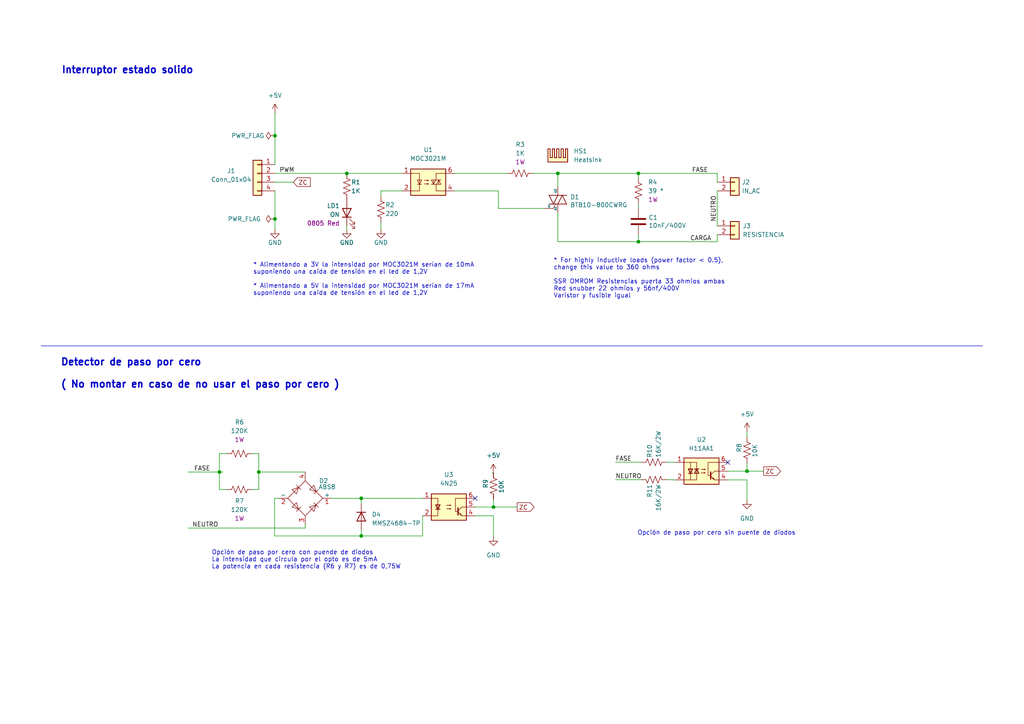
<source format=kicad_sch>
(kicad_sch (version 20230121) (generator eeschema)

  (uuid 3f222df8-be7b-4149-8a09-2d102aeecd97)

  (paper "A4")

  (lib_symbols
    (symbol "Connector_Generic:Conn_01x02" (pin_names (offset 1.016) hide) (in_bom yes) (on_board yes)
      (property "Reference" "J" (at 0 2.54 0)
        (effects (font (size 1.27 1.27)))
      )
      (property "Value" "Conn_01x02" (at 0 -5.08 0)
        (effects (font (size 1.27 1.27)))
      )
      (property "Footprint" "" (at 0 0 0)
        (effects (font (size 1.27 1.27)) hide)
      )
      (property "Datasheet" "~" (at 0 0 0)
        (effects (font (size 1.27 1.27)) hide)
      )
      (property "ki_keywords" "connector" (at 0 0 0)
        (effects (font (size 1.27 1.27)) hide)
      )
      (property "ki_description" "Generic connector, single row, 01x02, script generated (kicad-library-utils/schlib/autogen/connector/)" (at 0 0 0)
        (effects (font (size 1.27 1.27)) hide)
      )
      (property "ki_fp_filters" "Connector*:*_1x??_*" (at 0 0 0)
        (effects (font (size 1.27 1.27)) hide)
      )
      (symbol "Conn_01x02_1_1"
        (rectangle (start -1.27 -2.413) (end 0 -2.667)
          (stroke (width 0.1524) (type default))
          (fill (type none))
        )
        (rectangle (start -1.27 0.127) (end 0 -0.127)
          (stroke (width 0.1524) (type default))
          (fill (type none))
        )
        (rectangle (start -1.27 1.27) (end 1.27 -3.81)
          (stroke (width 0.254) (type default))
          (fill (type background))
        )
        (pin passive line (at -5.08 0 0) (length 3.81)
          (name "Pin_1" (effects (font (size 1.27 1.27))))
          (number "1" (effects (font (size 1.27 1.27))))
        )
        (pin passive line (at -5.08 -2.54 0) (length 3.81)
          (name "Pin_2" (effects (font (size 1.27 1.27))))
          (number "2" (effects (font (size 1.27 1.27))))
        )
      )
    )
    (symbol "Connector_Generic:Conn_01x04" (pin_names (offset 1.016) hide) (in_bom yes) (on_board yes)
      (property "Reference" "J" (at 0 5.08 0)
        (effects (font (size 1.27 1.27)))
      )
      (property "Value" "Conn_01x04" (at 0 -7.62 0)
        (effects (font (size 1.27 1.27)))
      )
      (property "Footprint" "" (at 0 0 0)
        (effects (font (size 1.27 1.27)) hide)
      )
      (property "Datasheet" "~" (at 0 0 0)
        (effects (font (size 1.27 1.27)) hide)
      )
      (property "ki_keywords" "connector" (at 0 0 0)
        (effects (font (size 1.27 1.27)) hide)
      )
      (property "ki_description" "Generic connector, single row, 01x04, script generated (kicad-library-utils/schlib/autogen/connector/)" (at 0 0 0)
        (effects (font (size 1.27 1.27)) hide)
      )
      (property "ki_fp_filters" "Connector*:*_1x??_*" (at 0 0 0)
        (effects (font (size 1.27 1.27)) hide)
      )
      (symbol "Conn_01x04_1_1"
        (rectangle (start -1.27 -4.953) (end 0 -5.207)
          (stroke (width 0.1524) (type default))
          (fill (type none))
        )
        (rectangle (start -1.27 -2.413) (end 0 -2.667)
          (stroke (width 0.1524) (type default))
          (fill (type none))
        )
        (rectangle (start -1.27 0.127) (end 0 -0.127)
          (stroke (width 0.1524) (type default))
          (fill (type none))
        )
        (rectangle (start -1.27 2.667) (end 0 2.413)
          (stroke (width 0.1524) (type default))
          (fill (type none))
        )
        (rectangle (start -1.27 3.81) (end 1.27 -6.35)
          (stroke (width 0.254) (type default))
          (fill (type background))
        )
        (pin passive line (at -5.08 2.54 0) (length 3.81)
          (name "Pin_1" (effects (font (size 1.27 1.27))))
          (number "1" (effects (font (size 1.27 1.27))))
        )
        (pin passive line (at -5.08 0 0) (length 3.81)
          (name "Pin_2" (effects (font (size 1.27 1.27))))
          (number "2" (effects (font (size 1.27 1.27))))
        )
        (pin passive line (at -5.08 -2.54 0) (length 3.81)
          (name "Pin_3" (effects (font (size 1.27 1.27))))
          (number "3" (effects (font (size 1.27 1.27))))
        )
        (pin passive line (at -5.08 -5.08 0) (length 3.81)
          (name "Pin_4" (effects (font (size 1.27 1.27))))
          (number "4" (effects (font (size 1.27 1.27))))
        )
      )
    )
    (symbol "Device:C" (pin_numbers hide) (pin_names (offset 0.254)) (in_bom yes) (on_board yes)
      (property "Reference" "C" (at 0.635 2.54 0)
        (effects (font (size 1.27 1.27)) (justify left))
      )
      (property "Value" "C" (at 0.635 -2.54 0)
        (effects (font (size 1.27 1.27)) (justify left))
      )
      (property "Footprint" "" (at 0.9652 -3.81 0)
        (effects (font (size 1.27 1.27)) hide)
      )
      (property "Datasheet" "~" (at 0 0 0)
        (effects (font (size 1.27 1.27)) hide)
      )
      (property "ki_keywords" "cap capacitor" (at 0 0 0)
        (effects (font (size 1.27 1.27)) hide)
      )
      (property "ki_description" "Unpolarized capacitor" (at 0 0 0)
        (effects (font (size 1.27 1.27)) hide)
      )
      (property "ki_fp_filters" "C_*" (at 0 0 0)
        (effects (font (size 1.27 1.27)) hide)
      )
      (symbol "C_0_1"
        (polyline
          (pts
            (xy -2.032 -0.762)
            (xy 2.032 -0.762)
          )
          (stroke (width 0.508) (type default))
          (fill (type none))
        )
        (polyline
          (pts
            (xy -2.032 0.762)
            (xy 2.032 0.762)
          )
          (stroke (width 0.508) (type default))
          (fill (type none))
        )
      )
      (symbol "C_1_1"
        (pin passive line (at 0 3.81 270) (length 2.794)
          (name "~" (effects (font (size 1.27 1.27))))
          (number "1" (effects (font (size 1.27 1.27))))
        )
        (pin passive line (at 0 -3.81 90) (length 2.794)
          (name "~" (effects (font (size 1.27 1.27))))
          (number "2" (effects (font (size 1.27 1.27))))
        )
      )
    )
    (symbol "Device:LED" (pin_numbers hide) (pin_names (offset 1.016) hide) (in_bom yes) (on_board yes)
      (property "Reference" "D" (at 0 2.54 0)
        (effects (font (size 1.27 1.27)))
      )
      (property "Value" "LED" (at 0 -2.54 0)
        (effects (font (size 1.27 1.27)))
      )
      (property "Footprint" "" (at 0 0 0)
        (effects (font (size 1.27 1.27)) hide)
      )
      (property "Datasheet" "~" (at 0 0 0)
        (effects (font (size 1.27 1.27)) hide)
      )
      (property "ki_keywords" "LED diode" (at 0 0 0)
        (effects (font (size 1.27 1.27)) hide)
      )
      (property "ki_description" "Light emitting diode" (at 0 0 0)
        (effects (font (size 1.27 1.27)) hide)
      )
      (property "ki_fp_filters" "LED* LED_SMD:* LED_THT:*" (at 0 0 0)
        (effects (font (size 1.27 1.27)) hide)
      )
      (symbol "LED_0_1"
        (polyline
          (pts
            (xy -1.27 -1.27)
            (xy -1.27 1.27)
          )
          (stroke (width 0.254) (type default))
          (fill (type none))
        )
        (polyline
          (pts
            (xy -1.27 0)
            (xy 1.27 0)
          )
          (stroke (width 0) (type default))
          (fill (type none))
        )
        (polyline
          (pts
            (xy 1.27 -1.27)
            (xy 1.27 1.27)
            (xy -1.27 0)
            (xy 1.27 -1.27)
          )
          (stroke (width 0.254) (type default))
          (fill (type none))
        )
        (polyline
          (pts
            (xy -3.048 -0.762)
            (xy -4.572 -2.286)
            (xy -3.81 -2.286)
            (xy -4.572 -2.286)
            (xy -4.572 -1.524)
          )
          (stroke (width 0) (type default))
          (fill (type none))
        )
        (polyline
          (pts
            (xy -1.778 -0.762)
            (xy -3.302 -2.286)
            (xy -2.54 -2.286)
            (xy -3.302 -2.286)
            (xy -3.302 -1.524)
          )
          (stroke (width 0) (type default))
          (fill (type none))
        )
      )
      (symbol "LED_1_1"
        (pin passive line (at -3.81 0 0) (length 2.54)
          (name "K" (effects (font (size 1.27 1.27))))
          (number "1" (effects (font (size 1.27 1.27))))
        )
        (pin passive line (at 3.81 0 180) (length 2.54)
          (name "A" (effects (font (size 1.27 1.27))))
          (number "2" (effects (font (size 1.27 1.27))))
        )
      )
    )
    (symbol "Device:Q_TRIAC_A1A2G" (pin_numbers hide) (pin_names (offset 0)) (in_bom yes) (on_board yes)
      (property "Reference" "D" (at 3.175 0.635 0)
        (effects (font (size 1.27 1.27)) (justify left))
      )
      (property "Value" "Q_TRIAC_A1A2G" (at 3.175 -1.27 0)
        (effects (font (size 1.27 1.27)) (justify left))
      )
      (property "Footprint" "" (at 1.905 0.635 90)
        (effects (font (size 1.27 1.27)) hide)
      )
      (property "Datasheet" "~" (at 0 0 90)
        (effects (font (size 1.27 1.27)) hide)
      )
      (property "ki_keywords" "TRIAC" (at 0 0 0)
        (effects (font (size 1.27 1.27)) hide)
      )
      (property "ki_description" "Triode for alternating current, anode1/anode2/gate" (at 0 0 0)
        (effects (font (size 1.27 1.27)) hide)
      )
      (symbol "Q_TRIAC_A1A2G_0_1"
        (polyline
          (pts
            (xy -2.54 -1.27)
            (xy 2.54 -1.27)
          )
          (stroke (width 0.2032) (type default))
          (fill (type none))
        )
        (polyline
          (pts
            (xy -2.54 1.27)
            (xy 2.54 1.27)
          )
          (stroke (width 0.2032) (type default))
          (fill (type none))
        )
        (polyline
          (pts
            (xy -1.27 -2.54)
            (xy -0.635 -1.27)
          )
          (stroke (width 0) (type default))
          (fill (type none))
        )
        (polyline
          (pts
            (xy -2.54 1.27)
            (xy -1.27 -1.27)
            (xy 0 1.27)
          )
          (stroke (width 0.2032) (type default))
          (fill (type none))
        )
        (polyline
          (pts
            (xy 0 -1.27)
            (xy 1.27 1.27)
            (xy 2.54 -1.27)
          )
          (stroke (width 0.2032) (type default))
          (fill (type none))
        )
      )
      (symbol "Q_TRIAC_A1A2G_1_1"
        (pin passive line (at 0 -3.81 90) (length 2.54)
          (name "A1" (effects (font (size 0.635 0.635))))
          (number "1" (effects (font (size 1.27 1.27))))
        )
        (pin passive line (at 0 3.81 270) (length 2.54)
          (name "A2" (effects (font (size 0.635 0.635))))
          (number "2" (effects (font (size 1.27 1.27))))
        )
        (pin input line (at -3.81 -2.54 0) (length 2.54)
          (name "G" (effects (font (size 0.635 0.635))))
          (number "3" (effects (font (size 1.27 1.27))))
        )
      )
    )
    (symbol "Device:R_US" (pin_numbers hide) (pin_names (offset 0)) (in_bom yes) (on_board yes)
      (property "Reference" "R" (at 2.54 0 90)
        (effects (font (size 1.27 1.27)))
      )
      (property "Value" "R_US" (at -2.54 0 90)
        (effects (font (size 1.27 1.27)))
      )
      (property "Footprint" "" (at 1.016 -0.254 90)
        (effects (font (size 1.27 1.27)) hide)
      )
      (property "Datasheet" "~" (at 0 0 0)
        (effects (font (size 1.27 1.27)) hide)
      )
      (property "ki_keywords" "R res resistor" (at 0 0 0)
        (effects (font (size 1.27 1.27)) hide)
      )
      (property "ki_description" "Resistor, US symbol" (at 0 0 0)
        (effects (font (size 1.27 1.27)) hide)
      )
      (property "ki_fp_filters" "R_*" (at 0 0 0)
        (effects (font (size 1.27 1.27)) hide)
      )
      (symbol "R_US_0_1"
        (polyline
          (pts
            (xy 0 -2.286)
            (xy 0 -2.54)
          )
          (stroke (width 0) (type default))
          (fill (type none))
        )
        (polyline
          (pts
            (xy 0 2.286)
            (xy 0 2.54)
          )
          (stroke (width 0) (type default))
          (fill (type none))
        )
        (polyline
          (pts
            (xy 0 -0.762)
            (xy 1.016 -1.143)
            (xy 0 -1.524)
            (xy -1.016 -1.905)
            (xy 0 -2.286)
          )
          (stroke (width 0) (type default))
          (fill (type none))
        )
        (polyline
          (pts
            (xy 0 0.762)
            (xy 1.016 0.381)
            (xy 0 0)
            (xy -1.016 -0.381)
            (xy 0 -0.762)
          )
          (stroke (width 0) (type default))
          (fill (type none))
        )
        (polyline
          (pts
            (xy 0 2.286)
            (xy 1.016 1.905)
            (xy 0 1.524)
            (xy -1.016 1.143)
            (xy 0 0.762)
          )
          (stroke (width 0) (type default))
          (fill (type none))
        )
      )
      (symbol "R_US_1_1"
        (pin passive line (at 0 3.81 270) (length 1.27)
          (name "~" (effects (font (size 1.27 1.27))))
          (number "1" (effects (font (size 1.27 1.27))))
        )
        (pin passive line (at 0 -3.81 90) (length 1.27)
          (name "~" (effects (font (size 1.27 1.27))))
          (number "2" (effects (font (size 1.27 1.27))))
        )
      )
    )
    (symbol "Diode:US1M" (pin_numbers hide) (pin_names (offset 1.016) hide) (in_bom yes) (on_board yes)
      (property "Reference" "D" (at 0 2.54 0)
        (effects (font (size 1.27 1.27)))
      )
      (property "Value" "US1M" (at 0 -2.54 0)
        (effects (font (size 1.27 1.27)))
      )
      (property "Footprint" "Diode_SMD:D_SMA" (at 0 -4.445 0)
        (effects (font (size 1.27 1.27)) hide)
      )
      (property "Datasheet" "https://www.diodes.com/assets/Datasheets/ds16008.pdf" (at 0 0 0)
        (effects (font (size 1.27 1.27)) hide)
      )
      (property "ki_keywords" "Ultra Fast" (at 0 0 0)
        (effects (font (size 1.27 1.27)) hide)
      )
      (property "ki_description" "1000V, 1A, General Purpose Rectifier Diode, SMA(DO-214AC)" (at 0 0 0)
        (effects (font (size 1.27 1.27)) hide)
      )
      (property "ki_fp_filters" "D*SMA*" (at 0 0 0)
        (effects (font (size 1.27 1.27)) hide)
      )
      (symbol "US1M_0_1"
        (polyline
          (pts
            (xy -1.27 1.27)
            (xy -1.27 -1.27)
          )
          (stroke (width 0.254) (type default))
          (fill (type none))
        )
        (polyline
          (pts
            (xy 1.27 0)
            (xy -1.27 0)
          )
          (stroke (width 0) (type default))
          (fill (type none))
        )
        (polyline
          (pts
            (xy 1.27 1.27)
            (xy 1.27 -1.27)
            (xy -1.27 0)
            (xy 1.27 1.27)
          )
          (stroke (width 0.254) (type default))
          (fill (type none))
        )
      )
      (symbol "US1M_1_1"
        (pin passive line (at -3.81 0 0) (length 2.54)
          (name "K" (effects (font (size 1.27 1.27))))
          (number "1" (effects (font (size 1.27 1.27))))
        )
        (pin passive line (at 3.81 0 180) (length 2.54)
          (name "A" (effects (font (size 1.27 1.27))))
          (number "2" (effects (font (size 1.27 1.27))))
        )
      )
    )
    (symbol "Diode_Bridge:ABS8" (pin_names (offset 0)) (in_bom yes) (on_board yes)
      (property "Reference" "D" (at 2.54 6.985 0)
        (effects (font (size 1.27 1.27)) (justify left))
      )
      (property "Value" "ABS8" (at 2.54 5.08 0)
        (effects (font (size 1.27 1.27)) (justify left))
      )
      (property "Footprint" "Diode_SMD:Diode_Bridge_Diotec_ABS" (at 3.81 3.175 0)
        (effects (font (size 1.27 1.27)) (justify left) hide)
      )
      (property "Datasheet" "https://diotec.com/tl_files/diotec/files/pdf/datasheets/abs2.pdf" (at 0 0 0)
        (effects (font (size 1.27 1.27)) hide)
      )
      (property "ki_keywords" "rectifier acdc" (at 0 0 0)
        (effects (font (size 1.27 1.27)) hide)
      )
      (property "ki_description" "Miniature Glass Passivated Single-Phase Surface Mount Bridge Rectifiers, 450V Vrms, 0.8A If, ABS SMD package" (at 0 0 0)
        (effects (font (size 1.27 1.27)) hide)
      )
      (property "ki_fp_filters" "Diode*Bridge*Diotec*ABS*" (at 0 0 0)
        (effects (font (size 1.27 1.27)) hide)
      )
      (symbol "ABS8_0_1"
        (polyline
          (pts
            (xy -2.54 3.81)
            (xy -1.27 2.54)
          )
          (stroke (width 0) (type default))
          (fill (type none))
        )
        (polyline
          (pts
            (xy -1.27 -2.54)
            (xy -2.54 -3.81)
          )
          (stroke (width 0) (type default))
          (fill (type none))
        )
        (polyline
          (pts
            (xy 2.54 -1.27)
            (xy 3.81 -2.54)
          )
          (stroke (width 0) (type default))
          (fill (type none))
        )
        (polyline
          (pts
            (xy 2.54 1.27)
            (xy 3.81 2.54)
          )
          (stroke (width 0) (type default))
          (fill (type none))
        )
        (polyline
          (pts
            (xy -3.81 2.54)
            (xy -2.54 1.27)
            (xy -1.905 3.175)
            (xy -3.81 2.54)
          )
          (stroke (width 0) (type default))
          (fill (type none))
        )
        (polyline
          (pts
            (xy -2.54 -1.27)
            (xy -3.81 -2.54)
            (xy -1.905 -3.175)
            (xy -2.54 -1.27)
          )
          (stroke (width 0) (type default))
          (fill (type none))
        )
        (polyline
          (pts
            (xy 1.27 2.54)
            (xy 2.54 3.81)
            (xy 3.175 1.905)
            (xy 1.27 2.54)
          )
          (stroke (width 0) (type default))
          (fill (type none))
        )
        (polyline
          (pts
            (xy 3.175 -1.905)
            (xy 1.27 -2.54)
            (xy 2.54 -3.81)
            (xy 3.175 -1.905)
          )
          (stroke (width 0) (type default))
          (fill (type none))
        )
        (polyline
          (pts
            (xy -5.08 0)
            (xy 0 -5.08)
            (xy 5.08 0)
            (xy 0 5.08)
            (xy -5.08 0)
          )
          (stroke (width 0) (type default))
          (fill (type none))
        )
      )
      (symbol "ABS8_1_1"
        (pin passive line (at 7.62 0 180) (length 2.54)
          (name "+" (effects (font (size 1.27 1.27))))
          (number "1" (effects (font (size 1.27 1.27))))
        )
        (pin passive line (at -7.62 0 0) (length 2.54)
          (name "-" (effects (font (size 1.27 1.27))))
          (number "2" (effects (font (size 1.27 1.27))))
        )
        (pin passive line (at 0 -7.62 90) (length 2.54)
          (name "~" (effects (font (size 1.27 1.27))))
          (number "3" (effects (font (size 1.27 1.27))))
        )
        (pin passive line (at 0 7.62 270) (length 2.54)
          (name "~" (effects (font (size 1.27 1.27))))
          (number "4" (effects (font (size 1.27 1.27))))
        )
      )
    )
    (symbol "Isolator:4N25" (pin_names (offset 1.016)) (in_bom yes) (on_board yes)
      (property "Reference" "U" (at -5.08 5.08 0)
        (effects (font (size 1.27 1.27)) (justify left))
      )
      (property "Value" "4N25" (at 0 5.08 0)
        (effects (font (size 1.27 1.27)) (justify left))
      )
      (property "Footprint" "Package_DIP:DIP-6_W7.62mm" (at -5.08 -5.08 0)
        (effects (font (size 1.27 1.27) italic) (justify left) hide)
      )
      (property "Datasheet" "https://www.vishay.com/docs/83725/4n25.pdf" (at 0 0 0)
        (effects (font (size 1.27 1.27)) (justify left) hide)
      )
      (property "ki_keywords" "NPN DC Optocoupler Base Connected" (at 0 0 0)
        (effects (font (size 1.27 1.27)) hide)
      )
      (property "ki_description" "DC Optocoupler Base Connected, Vce 30V, CTR 20%, Viso 2500V, DIP6" (at 0 0 0)
        (effects (font (size 1.27 1.27)) hide)
      )
      (property "ki_fp_filters" "DIP*W7.62mm*" (at 0 0 0)
        (effects (font (size 1.27 1.27)) hide)
      )
      (symbol "4N25_0_1"
        (rectangle (start -5.08 3.81) (end 5.08 -3.81)
          (stroke (width 0.254) (type default))
          (fill (type background))
        )
        (polyline
          (pts
            (xy -3.81 -0.635)
            (xy -2.54 -0.635)
          )
          (stroke (width 0.254) (type default))
          (fill (type none))
        )
        (polyline
          (pts
            (xy 2.667 -1.397)
            (xy 3.81 -2.54)
          )
          (stroke (width 0) (type default))
          (fill (type none))
        )
        (polyline
          (pts
            (xy 2.667 -1.143)
            (xy 3.81 0)
          )
          (stroke (width 0) (type default))
          (fill (type none))
        )
        (polyline
          (pts
            (xy 3.81 -2.54)
            (xy 5.08 -2.54)
          )
          (stroke (width 0) (type default))
          (fill (type none))
        )
        (polyline
          (pts
            (xy 3.81 0)
            (xy 5.08 0)
          )
          (stroke (width 0) (type default))
          (fill (type none))
        )
        (polyline
          (pts
            (xy 2.667 -0.254)
            (xy 2.667 -2.286)
            (xy 2.667 -2.286)
          )
          (stroke (width 0.3556) (type default))
          (fill (type none))
        )
        (polyline
          (pts
            (xy -5.08 -2.54)
            (xy -3.175 -2.54)
            (xy -3.175 2.54)
            (xy -5.08 2.54)
          )
          (stroke (width 0) (type default))
          (fill (type none))
        )
        (polyline
          (pts
            (xy -3.175 -0.635)
            (xy -3.81 0.635)
            (xy -2.54 0.635)
            (xy -3.175 -0.635)
          )
          (stroke (width 0.254) (type default))
          (fill (type none))
        )
        (polyline
          (pts
            (xy 3.683 -2.413)
            (xy 3.429 -1.905)
            (xy 3.175 -2.159)
            (xy 3.683 -2.413)
          )
          (stroke (width 0) (type default))
          (fill (type none))
        )
        (polyline
          (pts
            (xy 5.08 2.54)
            (xy 1.905 2.54)
            (xy 1.905 -1.27)
            (xy 2.54 -1.27)
          )
          (stroke (width 0) (type default))
          (fill (type none))
        )
        (polyline
          (pts
            (xy -0.635 -0.508)
            (xy 0.635 -0.508)
            (xy 0.254 -0.635)
            (xy 0.254 -0.381)
            (xy 0.635 -0.508)
          )
          (stroke (width 0) (type default))
          (fill (type none))
        )
        (polyline
          (pts
            (xy -0.635 0.508)
            (xy 0.635 0.508)
            (xy 0.254 0.381)
            (xy 0.254 0.635)
            (xy 0.635 0.508)
          )
          (stroke (width 0) (type default))
          (fill (type none))
        )
      )
      (symbol "4N25_1_1"
        (pin passive line (at -7.62 2.54 0) (length 2.54)
          (name "~" (effects (font (size 1.27 1.27))))
          (number "1" (effects (font (size 1.27 1.27))))
        )
        (pin passive line (at -7.62 -2.54 0) (length 2.54)
          (name "~" (effects (font (size 1.27 1.27))))
          (number "2" (effects (font (size 1.27 1.27))))
        )
        (pin no_connect line (at -5.08 0 0) (length 2.54) hide
          (name "NC" (effects (font (size 1.27 1.27))))
          (number "3" (effects (font (size 1.27 1.27))))
        )
        (pin passive line (at 7.62 -2.54 180) (length 2.54)
          (name "~" (effects (font (size 1.27 1.27))))
          (number "4" (effects (font (size 1.27 1.27))))
        )
        (pin passive line (at 7.62 0 180) (length 2.54)
          (name "~" (effects (font (size 1.27 1.27))))
          (number "5" (effects (font (size 1.27 1.27))))
        )
        (pin passive line (at 7.62 2.54 180) (length 2.54)
          (name "~" (effects (font (size 1.27 1.27))))
          (number "6" (effects (font (size 1.27 1.27))))
        )
      )
    )
    (symbol "Isolator:H11AA1" (in_bom yes) (on_board yes)
      (property "Reference" "U" (at -5.334 4.953 0)
        (effects (font (size 1.27 1.27)) (justify left))
      )
      (property "Value" "H11AA1" (at 0.635 4.953 0)
        (effects (font (size 1.27 1.27)) (justify left))
      )
      (property "Footprint" "Package_DIP:DIP-6_W7.62mm" (at -12.446 -4.953 0)
        (effects (font (size 1.27 1.27) italic) (justify left) hide)
      )
      (property "Datasheet" "https://www.vishay.com/docs/83608/h11aa1.pdf" (at 19.304 16.002 0)
        (effects (font (size 1.27 1.27)) (justify left) hide)
      )
      (property "ki_keywords" "NPN AC DC Optocoupler" (at 0 0 0)
        (effects (font (size 1.27 1.27)) hide)
      )
      (property "ki_description" "AC/DC NPN Optocoupler, DIP-6" (at 0 0 0)
        (effects (font (size 1.27 1.27)) hide)
      )
      (property "ki_fp_filters" "DIP*W7.62mm*" (at 0 0 0)
        (effects (font (size 1.27 1.27)) hide)
      )
      (symbol "H11AA1_0_1"
        (polyline
          (pts
            (xy -2.032 0.635)
            (xy -0.762 0.635)
          )
          (stroke (width 0.254) (type default))
          (fill (type none))
        )
        (polyline
          (pts
            (xy -1.397 -2.54)
            (xy -3.175 -2.54)
          )
          (stroke (width 0.1524) (type default))
          (fill (type none))
        )
        (polyline
          (pts
            (xy -1.397 -0.635)
            (xy -1.397 -2.54)
          )
          (stroke (width 0) (type default))
          (fill (type none))
        )
        (polyline
          (pts
            (xy -1.397 0.635)
            (xy -1.397 -0.635)
          )
          (stroke (width 0) (type default))
          (fill (type none))
        )
        (polyline
          (pts
            (xy -1.397 0.635)
            (xy -1.397 2.54)
          )
          (stroke (width 0) (type default))
          (fill (type none))
        )
        (polyline
          (pts
            (xy -1.397 2.54)
            (xy -3.175 2.54)
          )
          (stroke (width 0.1524) (type default))
          (fill (type none))
        )
        (polyline
          (pts
            (xy -1.397 0.635)
            (xy -2.032 -0.635)
            (xy -0.762 -0.635)
            (xy -1.397 0.635)
          )
          (stroke (width 0.254) (type default))
          (fill (type none))
        )
      )
      (symbol "H11AA1_1_1"
        (rectangle (start -5.08 3.81) (end 5.08 -3.81)
          (stroke (width 0.254) (type default))
          (fill (type background))
        )
        (polyline
          (pts
            (xy -3.81 -0.635)
            (xy -2.54 -0.635)
          )
          (stroke (width 0.254) (type default))
          (fill (type none))
        )
        (polyline
          (pts
            (xy 2.667 -1.397)
            (xy 3.81 -2.54)
          )
          (stroke (width 0) (type default))
          (fill (type none))
        )
        (polyline
          (pts
            (xy 2.667 -1.143)
            (xy 3.81 0)
          )
          (stroke (width 0) (type default))
          (fill (type none))
        )
        (polyline
          (pts
            (xy 3.81 -2.54)
            (xy 5.08 -2.54)
          )
          (stroke (width 0) (type default))
          (fill (type none))
        )
        (polyline
          (pts
            (xy 3.81 0)
            (xy 5.08 0)
          )
          (stroke (width 0) (type default))
          (fill (type none))
        )
        (polyline
          (pts
            (xy 2.667 -0.254)
            (xy 2.667 -2.286)
            (xy 2.667 -2.286)
          )
          (stroke (width 0.3556) (type default))
          (fill (type none))
        )
        (polyline
          (pts
            (xy -5.08 -2.54)
            (xy -3.175 -2.54)
            (xy -3.175 2.54)
            (xy -5.08 2.54)
          )
          (stroke (width 0) (type default))
          (fill (type none))
        )
        (polyline
          (pts
            (xy -3.175 -0.635)
            (xy -3.81 0.635)
            (xy -2.54 0.635)
            (xy -3.175 -0.635)
          )
          (stroke (width 0.254) (type default))
          (fill (type none))
        )
        (polyline
          (pts
            (xy 3.683 -2.413)
            (xy 3.429 -1.905)
            (xy 3.175 -2.159)
            (xy 3.683 -2.413)
          )
          (stroke (width 0) (type default))
          (fill (type none))
        )
        (polyline
          (pts
            (xy 5.08 2.54)
            (xy 1.905 2.54)
            (xy 1.905 -1.27)
            (xy 2.54 -1.27)
          )
          (stroke (width 0) (type default))
          (fill (type none))
        )
        (polyline
          (pts
            (xy -0.127 -0.508)
            (xy 1.143 -0.508)
            (xy 0.762 -0.635)
            (xy 0.762 -0.381)
            (xy 1.143 -0.508)
          )
          (stroke (width 0) (type default))
          (fill (type none))
        )
        (polyline
          (pts
            (xy -0.127 0.508)
            (xy 1.143 0.508)
            (xy 0.762 0.381)
            (xy 0.762 0.635)
            (xy 1.143 0.508)
          )
          (stroke (width 0) (type default))
          (fill (type none))
        )
        (pin passive line (at -7.62 2.54 0) (length 2.54)
          (name "~" (effects (font (size 1.27 1.27))))
          (number "1" (effects (font (size 1.27 1.27))))
        )
        (pin passive line (at -7.62 -2.54 0) (length 2.54)
          (name "~" (effects (font (size 1.27 1.27))))
          (number "2" (effects (font (size 1.27 1.27))))
        )
        (pin no_connect line (at -5.08 0 0) (length 2.54) hide
          (name "NC" (effects (font (size 1.27 1.27))))
          (number "3" (effects (font (size 1.27 1.27))))
        )
        (pin passive line (at 7.62 -2.54 180) (length 2.54)
          (name "~" (effects (font (size 1.27 1.27))))
          (number "4" (effects (font (size 1.27 1.27))))
        )
        (pin passive line (at 7.62 0 180) (length 2.54)
          (name "~" (effects (font (size 1.27 1.27))))
          (number "5" (effects (font (size 1.27 1.27))))
        )
        (pin passive line (at 7.62 2.54 180) (length 2.54)
          (name "~" (effects (font (size 1.27 1.27))))
          (number "6" (effects (font (size 1.27 1.27))))
        )
      )
    )
    (symbol "Mechanical:Heatsink" (pin_names (offset 1.016)) (in_bom yes) (on_board yes)
      (property "Reference" "HS" (at 0 5.08 0)
        (effects (font (size 1.27 1.27)))
      )
      (property "Value" "Heatsink" (at 0 -1.27 0)
        (effects (font (size 1.27 1.27)))
      )
      (property "Footprint" "" (at 0.3048 0 0)
        (effects (font (size 1.27 1.27)) hide)
      )
      (property "Datasheet" "~" (at 0.3048 0 0)
        (effects (font (size 1.27 1.27)) hide)
      )
      (property "ki_keywords" "thermal heat temperature" (at 0 0 0)
        (effects (font (size 1.27 1.27)) hide)
      )
      (property "ki_description" "Heatsink" (at 0 0 0)
        (effects (font (size 1.27 1.27)) hide)
      )
      (property "ki_fp_filters" "Heatsink_*" (at 0 0 0)
        (effects (font (size 1.27 1.27)) hide)
      )
      (symbol "Heatsink_0_1"
        (polyline
          (pts
            (xy -0.3302 1.27)
            (xy -0.9652 1.27)
            (xy -0.9652 3.81)
            (xy -1.6002 3.81)
            (xy -1.6002 1.27)
            (xy -2.2352 1.27)
            (xy -2.2352 3.81)
            (xy -2.8702 3.81)
            (xy -2.8702 0)
            (xy -0.9652 0)
          )
          (stroke (width 0.254) (type default))
          (fill (type background))
        )
        (polyline
          (pts
            (xy -0.3302 1.27)
            (xy -0.3302 3.81)
            (xy 0.3048 3.81)
            (xy 0.3048 1.27)
            (xy 0.9398 1.27)
            (xy 0.9398 3.81)
            (xy 1.5748 3.81)
            (xy 1.5748 1.27)
            (xy 2.2098 1.27)
            (xy 2.2098 3.81)
            (xy 2.8448 3.81)
            (xy 2.8448 0)
            (xy -0.9652 0)
          )
          (stroke (width 0.254) (type default))
          (fill (type background))
        )
      )
    )
    (symbol "Relay_SolidState:MOC3021M" (in_bom yes) (on_board yes)
      (property "Reference" "U" (at -5.334 4.826 0)
        (effects (font (size 1.27 1.27)) (justify left))
      )
      (property "Value" "MOC3021M" (at 0 5.08 0)
        (effects (font (size 1.27 1.27)) (justify left))
      )
      (property "Footprint" "" (at -5.08 -5.08 0)
        (effects (font (size 1.27 1.27) italic) (justify left) hide)
      )
      (property "Datasheet" "https://www.onsemi.com/pub/Collateral/MOC3023M-D.PDF" (at 0 0 0)
        (effects (font (size 1.27 1.27)) (justify left) hide)
      )
      (property "ki_keywords" "Opto-Triac Opto Triac Random Phase" (at 0 0 0)
        (effects (font (size 1.27 1.27)) hide)
      )
      (property "ki_description" "Random Phase Opto-Triac, Vdrm 400V, Ift 15mA, DIP6" (at 0 0 0)
        (effects (font (size 1.27 1.27)) hide)
      )
      (property "ki_fp_filters" "DIP*W7.62mm* SMDIP*W9.53mm* DIP*W10.16mm*" (at 0 0 0)
        (effects (font (size 1.27 1.27)) hide)
      )
      (symbol "MOC3021M_0_1"
        (rectangle (start -5.08 3.81) (end 5.08 -3.81)
          (stroke (width 0.254) (type default))
          (fill (type background))
        )
        (polyline
          (pts
            (xy -3.175 -0.635)
            (xy -1.905 -0.635)
          )
          (stroke (width 0) (type default))
          (fill (type none))
        )
        (polyline
          (pts
            (xy 1.524 -0.635)
            (xy 1.524 0.635)
          )
          (stroke (width 0) (type default))
          (fill (type none))
        )
        (polyline
          (pts
            (xy 3.048 0.635)
            (xy 3.048 -0.635)
          )
          (stroke (width 0) (type default))
          (fill (type none))
        )
        (polyline
          (pts
            (xy 2.286 -0.635)
            (xy 2.286 -2.54)
            (xy 5.08 -2.54)
          )
          (stroke (width 0) (type default))
          (fill (type none))
        )
        (polyline
          (pts
            (xy 2.286 0.635)
            (xy 2.286 2.54)
            (xy 5.08 2.54)
          )
          (stroke (width 0) (type default))
          (fill (type none))
        )
        (polyline
          (pts
            (xy -5.08 2.54)
            (xy -2.54 2.54)
            (xy -2.54 -2.54)
            (xy -5.08 -2.54)
          )
          (stroke (width 0) (type default))
          (fill (type none))
        )
        (polyline
          (pts
            (xy -2.54 -0.635)
            (xy -3.175 0.635)
            (xy -1.905 0.635)
            (xy -2.54 -0.635)
          )
          (stroke (width 0) (type default))
          (fill (type none))
        )
        (polyline
          (pts
            (xy 0.889 -0.635)
            (xy 3.683 -0.635)
            (xy 3.048 0.635)
            (xy 2.413 -0.635)
          )
          (stroke (width 0) (type default))
          (fill (type none))
        )
        (polyline
          (pts
            (xy 3.683 0.635)
            (xy 0.889 0.635)
            (xy 1.524 -0.635)
            (xy 2.159 0.635)
          )
          (stroke (width 0) (type default))
          (fill (type none))
        )
        (polyline
          (pts
            (xy -1.143 -0.508)
            (xy 0.127 -0.508)
            (xy -0.254 -0.635)
            (xy -0.254 -0.381)
            (xy 0.127 -0.508)
          )
          (stroke (width 0) (type default))
          (fill (type none))
        )
        (polyline
          (pts
            (xy -1.143 0.508)
            (xy 0.127 0.508)
            (xy -0.254 0.381)
            (xy -0.254 0.635)
            (xy 0.127 0.508)
          )
          (stroke (width 0) (type default))
          (fill (type none))
        )
      )
      (symbol "MOC3021M_1_1"
        (pin passive line (at -7.62 2.54 0) (length 2.54)
          (name "~" (effects (font (size 1.27 1.27))))
          (number "1" (effects (font (size 1.27 1.27))))
        )
        (pin passive line (at -7.62 -2.54 0) (length 2.54)
          (name "~" (effects (font (size 1.27 1.27))))
          (number "2" (effects (font (size 1.27 1.27))))
        )
        (pin no_connect line (at -5.08 0 0) (length 2.54) hide
          (name "NC" (effects (font (size 1.27 1.27))))
          (number "3" (effects (font (size 1.27 1.27))))
        )
        (pin passive line (at 7.62 -2.54 180) (length 2.54)
          (name "~" (effects (font (size 1.27 1.27))))
          (number "4" (effects (font (size 1.27 1.27))))
        )
        (pin no_connect line (at 5.08 0 180) (length 2.54) hide
          (name "NC" (effects (font (size 1.27 1.27))))
          (number "5" (effects (font (size 1.27 1.27))))
        )
        (pin passive line (at 7.62 2.54 180) (length 2.54)
          (name "~" (effects (font (size 1.27 1.27))))
          (number "6" (effects (font (size 1.27 1.27))))
        )
      )
    )
    (symbol "power:+5V" (power) (pin_names (offset 0)) (in_bom yes) (on_board yes)
      (property "Reference" "#PWR" (at 0 -3.81 0)
        (effects (font (size 1.27 1.27)) hide)
      )
      (property "Value" "+5V" (at 0 3.556 0)
        (effects (font (size 1.27 1.27)))
      )
      (property "Footprint" "" (at 0 0 0)
        (effects (font (size 1.27 1.27)) hide)
      )
      (property "Datasheet" "" (at 0 0 0)
        (effects (font (size 1.27 1.27)) hide)
      )
      (property "ki_keywords" "power-flag" (at 0 0 0)
        (effects (font (size 1.27 1.27)) hide)
      )
      (property "ki_description" "Power symbol creates a global label with name \"+5V\"" (at 0 0 0)
        (effects (font (size 1.27 1.27)) hide)
      )
      (symbol "+5V_0_1"
        (polyline
          (pts
            (xy -0.762 1.27)
            (xy 0 2.54)
          )
          (stroke (width 0) (type default))
          (fill (type none))
        )
        (polyline
          (pts
            (xy 0 0)
            (xy 0 2.54)
          )
          (stroke (width 0) (type default))
          (fill (type none))
        )
        (polyline
          (pts
            (xy 0 2.54)
            (xy 0.762 1.27)
          )
          (stroke (width 0) (type default))
          (fill (type none))
        )
      )
      (symbol "+5V_1_1"
        (pin power_in line (at 0 0 90) (length 0) hide
          (name "+5V" (effects (font (size 1.27 1.27))))
          (number "1" (effects (font (size 1.27 1.27))))
        )
      )
    )
    (symbol "power:GND" (power) (pin_names (offset 0)) (in_bom yes) (on_board yes)
      (property "Reference" "#PWR" (at 0 -6.35 0)
        (effects (font (size 1.27 1.27)) hide)
      )
      (property "Value" "GND" (at 0 -3.81 0)
        (effects (font (size 1.27 1.27)))
      )
      (property "Footprint" "" (at 0 0 0)
        (effects (font (size 1.27 1.27)) hide)
      )
      (property "Datasheet" "" (at 0 0 0)
        (effects (font (size 1.27 1.27)) hide)
      )
      (property "ki_keywords" "power-flag" (at 0 0 0)
        (effects (font (size 1.27 1.27)) hide)
      )
      (property "ki_description" "Power symbol creates a global label with name \"GND\" , ground" (at 0 0 0)
        (effects (font (size 1.27 1.27)) hide)
      )
      (symbol "GND_0_1"
        (polyline
          (pts
            (xy 0 0)
            (xy 0 -1.27)
            (xy 1.27 -1.27)
            (xy 0 -2.54)
            (xy -1.27 -1.27)
            (xy 0 -1.27)
          )
          (stroke (width 0) (type default))
          (fill (type none))
        )
      )
      (symbol "GND_1_1"
        (pin power_in line (at 0 0 270) (length 0) hide
          (name "GND" (effects (font (size 1.27 1.27))))
          (number "1" (effects (font (size 1.27 1.27))))
        )
      )
    )
    (symbol "power:PWR_FLAG" (power) (pin_numbers hide) (pin_names (offset 0) hide) (in_bom yes) (on_board yes)
      (property "Reference" "#FLG" (at 0 1.905 0)
        (effects (font (size 1.27 1.27)) hide)
      )
      (property "Value" "PWR_FLAG" (at 0 3.81 0)
        (effects (font (size 1.27 1.27)))
      )
      (property "Footprint" "" (at 0 0 0)
        (effects (font (size 1.27 1.27)) hide)
      )
      (property "Datasheet" "~" (at 0 0 0)
        (effects (font (size 1.27 1.27)) hide)
      )
      (property "ki_keywords" "power-flag" (at 0 0 0)
        (effects (font (size 1.27 1.27)) hide)
      )
      (property "ki_description" "Special symbol for telling ERC where power comes from" (at 0 0 0)
        (effects (font (size 1.27 1.27)) hide)
      )
      (symbol "PWR_FLAG_0_0"
        (pin power_out line (at 0 0 90) (length 0)
          (name "pwr" (effects (font (size 1.27 1.27))))
          (number "1" (effects (font (size 1.27 1.27))))
        )
      )
      (symbol "PWR_FLAG_0_1"
        (polyline
          (pts
            (xy 0 0)
            (xy 0 1.27)
            (xy -1.016 1.905)
            (xy 0 2.54)
            (xy 1.016 1.905)
            (xy 0 1.27)
          )
          (stroke (width 0) (type default))
          (fill (type none))
        )
      )
    )
  )

  (junction (at 185.166 70.104) (diameter 0) (color 0 0 0 0)
    (uuid 0e885dbf-2ce3-4f28-b487-373c2a87f68e)
  )
  (junction (at 185.166 50.292) (diameter 0) (color 0 0 0 0)
    (uuid 14a3df12-93cc-4d10-b4c8-5f57f7b3f34b)
  )
  (junction (at 75.057 136.906) (diameter 0) (color 0 0 0 0)
    (uuid 1d353d60-ef75-4753-83e5-f2681df197a6)
  )
  (junction (at 100.584 50.292) (diameter 0) (color 0 0 0 0)
    (uuid 4eb15463-3308-4c8a-b74d-1ba05ad01b6b)
  )
  (junction (at 63.627 136.906) (diameter 0) (color 0 0 0 0)
    (uuid 6b00d16f-dc1d-4803-a1ef-01a4ecbcd08f)
  )
  (junction (at 216.662 136.652) (diameter 0) (color 0 0 0 0)
    (uuid 6c2e2be8-cdc7-429d-8781-9d0f890c7eea)
  )
  (junction (at 79.756 63.5) (diameter 0) (color 0 0 0 0)
    (uuid 711df1cd-2bf7-4cae-8a39-2e9582f3f61a)
  )
  (junction (at 79.756 39.37) (diameter 0) (color 0 0 0 0)
    (uuid 761ecc1d-a38d-4aa4-9582-d2651bde4c82)
  )
  (junction (at 143.129 147.066) (diameter 0) (color 0 0 0 0)
    (uuid 7f316a13-4737-40a1-87a2-4a2c372037a1)
  )
  (junction (at 104.775 144.526) (diameter 0) (color 0 0 0 0)
    (uuid 84d4b1f5-c012-4798-86c9-5675db86958d)
  )
  (junction (at 104.775 155.448) (diameter 0) (color 0 0 0 0)
    (uuid 88a3b23b-8258-416a-b838-f795d3c4cec2)
  )
  (junction (at 161.798 50.292) (diameter 0) (color 0 0 0 0)
    (uuid e78e1a32-8b84-4d48-81b2-80ac627701cf)
  )

  (no_connect (at 137.795 144.526) (uuid f43cd3ff-b815-415e-8fa2-ff0fd75a252d))
  (no_connect (at 211.074 134.112) (uuid fcc7d59d-58b9-47dd-9fd1-a8712f1327be))

  (wire (pts (xy 100.584 50.292) (xy 116.586 50.292))
    (stroke (width 0) (type default))
    (uuid 021a48e6-c088-4e76-8a04-ef91b97939b6)
  )
  (wire (pts (xy 100.584 66.548) (xy 100.584 65.532))
    (stroke (width 0) (type default))
    (uuid 0b6f6a11-f060-4432-8b34-9fa9c7d082a8)
  )
  (wire (pts (xy 211.074 136.652) (xy 216.662 136.652))
    (stroke (width 0) (type default))
    (uuid 0c2eb4bb-187e-4f5c-8727-aa561b1d0361)
  )
  (wire (pts (xy 110.49 64.516) (xy 110.49 66.548))
    (stroke (width 0) (type default))
    (uuid 0d14c29c-03ac-4ec0-9172-ee5b2502ce85)
  )
  (wire (pts (xy 161.798 70.104) (xy 185.166 70.104))
    (stroke (width 0) (type default))
    (uuid 0ec57ec9-aa73-405b-a6aa-dd574e7ba969)
  )
  (wire (pts (xy 208.026 50.292) (xy 208.026 52.832))
    (stroke (width 0) (type default))
    (uuid 19298e89-d697-4d60-bb88-b21813575723)
  )
  (wire (pts (xy 143.129 147.066) (xy 149.987 147.066))
    (stroke (width 0) (type default))
    (uuid 1d42cce6-034d-4723-b353-64478a4cf1fd)
  )
  (wire (pts (xy 161.798 50.292) (xy 185.166 50.292))
    (stroke (width 0) (type default))
    (uuid 1d43002c-6011-4044-98db-044f31a84c53)
  )
  (wire (pts (xy 63.627 136.906) (xy 63.627 141.986))
    (stroke (width 0) (type default))
    (uuid 1ecf81ca-e48e-4f3b-933b-a98fc385e78f)
  )
  (wire (pts (xy 104.775 155.448) (xy 122.555 155.448))
    (stroke (width 0) (type default))
    (uuid 20082528-6084-4c91-9dc8-3717bb021ce1)
  )
  (wire (pts (xy 185.166 50.292) (xy 185.166 51.562))
    (stroke (width 0) (type default))
    (uuid 2132a1b7-c1f8-4098-8e33-f64d4bffa429)
  )
  (wire (pts (xy 63.627 136.906) (xy 64.643 136.906))
    (stroke (width 0) (type default))
    (uuid 21a6adac-4d84-4afe-9cef-034613e9a0de)
  )
  (wire (pts (xy 211.074 139.192) (xy 216.662 139.192))
    (stroke (width 0) (type default))
    (uuid 21ce337e-d4d7-4319-bb77-aaeca220378e)
  )
  (wire (pts (xy 75.057 141.986) (xy 73.279 141.986))
    (stroke (width 0) (type default))
    (uuid 268688bf-301d-4d9d-b9b5-f999cbc761e5)
  )
  (wire (pts (xy 195.326 139.192) (xy 195.834 139.192))
    (stroke (width 0) (type default))
    (uuid 2710118b-7cff-49d0-8cfc-283ce9087a06)
  )
  (wire (pts (xy 96.139 144.526) (xy 104.775 144.526))
    (stroke (width 0) (type default))
    (uuid 2d0ce62b-ae65-4574-a2e3-5a67c81ebf72)
  )
  (wire (pts (xy 63.627 131.572) (xy 63.627 136.906))
    (stroke (width 0) (type default))
    (uuid 2ea0cd38-eef9-4349-ae09-da823bacdbf3)
  )
  (wire (pts (xy 54.483 153.162) (xy 88.519 153.162))
    (stroke (width 0) (type default))
    (uuid 37d74489-a160-4001-b6ff-68f4867325fb)
  )
  (wire (pts (xy 144.526 55.372) (xy 144.526 60.452))
    (stroke (width 0) (type default))
    (uuid 38e43abb-34f0-4ba7-8bb4-f1929cd3821a)
  )
  (wire (pts (xy 195.326 139.1412) (xy 193.4972 139.1412))
    (stroke (width 0) (type default))
    (uuid 3c22bafa-cdcd-4043-ae73-11026c55884d)
  )
  (wire (pts (xy 185.166 50.292) (xy 208.026 50.292))
    (stroke (width 0) (type default))
    (uuid 3e2d33e9-fa8c-438e-917d-1df8862f040d)
  )
  (wire (pts (xy 137.795 147.066) (xy 143.129 147.066))
    (stroke (width 0) (type default))
    (uuid 420e3456-ca15-42ff-af81-a56ad87f9a2b)
  )
  (wire (pts (xy 185.166 68.072) (xy 185.166 70.104))
    (stroke (width 0) (type default))
    (uuid 535bcc04-6a18-44ff-b5d6-d69e125a229f)
  )
  (wire (pts (xy 79.756 39.37) (xy 79.756 47.752))
    (stroke (width 0) (type default))
    (uuid 5892d49e-5831-42e0-864a-70099b76423e)
  )
  (wire (pts (xy 208.026 65.532) (xy 208.026 55.372))
    (stroke (width 0) (type default))
    (uuid 5eac036f-0423-43e7-83d6-cfd680034fa6)
  )
  (wire (pts (xy 75.057 131.572) (xy 75.057 136.906))
    (stroke (width 0) (type default))
    (uuid 60806a49-3510-4007-bcf5-a50273559642)
  )
  (wire (pts (xy 122.555 155.448) (xy 122.555 149.606))
    (stroke (width 0) (type default))
    (uuid 60ca8a28-dbb1-4242-a618-a1d49f3b9271)
  )
  (wire (pts (xy 104.775 146.05) (xy 104.775 144.526))
    (stroke (width 0) (type default))
    (uuid 66c7551a-7858-4c02-bdea-f8f6f1a1e609)
  )
  (wire (pts (xy 104.775 153.67) (xy 104.775 155.448))
    (stroke (width 0) (type default))
    (uuid 691347cf-37a9-4ec8-91f7-e59ce87d78f9)
  )
  (wire (pts (xy 216.662 136.652) (xy 216.662 134.366))
    (stroke (width 0) (type default))
    (uuid 6b506c15-f3af-44a7-a0ff-783ba1ab3b87)
  )
  (wire (pts (xy 161.798 50.292) (xy 161.798 54.102))
    (stroke (width 0) (type default))
    (uuid 6f9c2411-7770-47a2-9c76-b4956b088a82)
  )
  (wire (pts (xy 54.483 136.906) (xy 63.627 136.906))
    (stroke (width 0) (type default))
    (uuid 73f0399c-58d3-44d9-a575-eff9804e1fbe)
  )
  (wire (pts (xy 157.988 60.452) (xy 144.526 60.452))
    (stroke (width 0) (type default))
    (uuid 7554ceeb-7062-47dd-8ea8-61f508892530)
  )
  (wire (pts (xy 208.026 70.104) (xy 208.026 68.072))
    (stroke (width 0) (type default))
    (uuid 7a1e96d7-4968-4672-8afc-9799314ee1ef)
  )
  (wire (pts (xy 104.775 144.526) (xy 122.555 144.526))
    (stroke (width 0) (type default))
    (uuid 7cf198fd-4e5b-4402-89b7-b1d407a6d907)
  )
  (wire (pts (xy 185.166 70.104) (xy 208.026 70.104))
    (stroke (width 0) (type default))
    (uuid 838a9626-20bb-45b1-ad51-c73d026be56a)
  )
  (wire (pts (xy 143.129 137.16) (xy 142.875 137.16))
    (stroke (width 0) (type default))
    (uuid 8688caa1-1de7-4a1b-9fec-3451bf896e30)
  )
  (wire (pts (xy 185.166 59.182) (xy 185.166 60.452))
    (stroke (width 0) (type default))
    (uuid 8bc47444-a6b0-47bf-8ca3-a88628b68d49)
  )
  (wire (pts (xy 63.627 131.572) (xy 65.659 131.572))
    (stroke (width 0) (type default))
    (uuid 92afbc73-7612-4673-aa4c-e92e28907999)
  )
  (wire (pts (xy 142.875 137.1854) (xy 143.0782 137.1854))
    (stroke (width 0) (type default))
    (uuid 947dc8ae-ddb8-4835-8eff-ca1f3d98a1c5)
  )
  (wire (pts (xy 79.629 144.526) (xy 79.629 155.448))
    (stroke (width 0) (type default))
    (uuid 9986cd25-d8fe-44f3-ac6e-ed82344f20b7)
  )
  (wire (pts (xy 144.526 55.372) (xy 131.826 55.372))
    (stroke (width 0) (type default))
    (uuid 9b5ed3b9-4f1e-42ee-87f5-c55daf49cba8)
  )
  (polyline (pts (xy 11.938 100.33) (xy 284.988 100.33))
    (stroke (width 0) (type default))
    (uuid a0cba932-49f2-4706-90e8-992c88618870)
  )

  (wire (pts (xy 85.09 52.832) (xy 79.756 52.832))
    (stroke (width 0) (type default))
    (uuid a1cc038c-14b4-4c20-bce0-45f89815147e)
  )
  (wire (pts (xy 65.659 141.986) (xy 63.627 141.986))
    (stroke (width 0) (type default))
    (uuid a43050b2-7c02-4d03-aa57-b08eec72490e)
  )
  (wire (pts (xy 79.756 50.292) (xy 100.584 50.292))
    (stroke (width 0) (type default))
    (uuid a779a1a8-9a35-4b0e-92a3-5022a3693275)
  )
  (wire (pts (xy 110.49 55.372) (xy 116.586 55.372))
    (stroke (width 0) (type default))
    (uuid a8d4aa3b-a391-405b-ac4f-f19ef0480244)
  )
  (wire (pts (xy 195.326 139.192) (xy 195.326 139.1412))
    (stroke (width 0) (type default))
    (uuid ad196313-b75d-4c18-91b9-11cc84a2597a)
  )
  (wire (pts (xy 79.756 55.372) (xy 79.756 63.5))
    (stroke (width 0) (type default))
    (uuid b0505f36-5372-4b27-bc0e-42702c8f6e37)
  )
  (wire (pts (xy 75.057 136.906) (xy 75.057 141.986))
    (stroke (width 0) (type default))
    (uuid b8686353-7c33-4d86-aa29-2ddd7e62879b)
  )
  (wire (pts (xy 143.129 144.78) (xy 143.129 147.066))
    (stroke (width 0) (type default))
    (uuid b892b8be-ebda-43d6-93ff-2b19bb639bcd)
  )
  (wire (pts (xy 178.5112 134.0612) (xy 185.8772 134.0612))
    (stroke (width 0) (type default))
    (uuid ba4d3dd6-d019-4109-a799-08a5d087ae80)
  )
  (wire (pts (xy 195.58 134.112) (xy 195.834 134.112))
    (stroke (width 0) (type default))
    (uuid ba5a3147-3b8c-4c26-8ec8-ea5c411de679)
  )
  (wire (pts (xy 178.5112 139.1412) (xy 185.8772 139.1412))
    (stroke (width 0) (type default))
    (uuid bbfd959d-363b-48e3-b395-0939c57d07a1)
  )
  (wire (pts (xy 154.686 50.292) (xy 161.798 50.292))
    (stroke (width 0) (type default))
    (uuid c00bf6c0-a36c-410d-a02b-98f36d598200)
  )
  (wire (pts (xy 195.58 134.0612) (xy 193.4972 134.0612))
    (stroke (width 0) (type default))
    (uuid c06708c2-ba35-45c1-93a4-068deeeade7c)
  )
  (wire (pts (xy 79.629 155.448) (xy 104.775 155.448))
    (stroke (width 0) (type default))
    (uuid ced92299-f934-418a-adb1-2e4babe315ee)
  )
  (wire (pts (xy 88.519 152.146) (xy 88.519 153.162))
    (stroke (width 0) (type default))
    (uuid d3d79332-0c67-4bc3-a187-d6e58cc0e6dc)
  )
  (wire (pts (xy 131.826 50.292) (xy 147.066 50.292))
    (stroke (width 0) (type default))
    (uuid d41c08a0-4742-4d45-9492-883386422b04)
  )
  (wire (pts (xy 216.662 136.652) (xy 221.488 136.652))
    (stroke (width 0) (type default))
    (uuid d91c531e-7f86-448e-b8c4-4878e5937c39)
  )
  (wire (pts (xy 216.662 125.222) (xy 216.662 126.746))
    (stroke (width 0) (type default))
    (uuid d95ac774-32a2-40cb-94f2-2303c626a8f9)
  )
  (wire (pts (xy 80.899 144.526) (xy 79.629 144.526))
    (stroke (width 0) (type default))
    (uuid da3f4635-dac1-4e55-a549-794e081e0fe3)
  )
  (wire (pts (xy 142.875 137.16) (xy 142.875 137.1854))
    (stroke (width 0) (type default))
    (uuid db493afd-f681-4e7c-afbd-f91d11d339f3)
  )
  (wire (pts (xy 143.129 155.702) (xy 143.129 149.606))
    (stroke (width 0) (type default))
    (uuid db74cf34-fd94-4efd-bcf5-db038c743a0a)
  )
  (wire (pts (xy 79.756 32.766) (xy 79.756 39.37))
    (stroke (width 0) (type default))
    (uuid e321f7d3-4c2c-48a3-9a6d-ea65ab7fa659)
  )
  (wire (pts (xy 75.057 136.906) (xy 88.519 136.906))
    (stroke (width 0) (type default))
    (uuid e95dc186-7fe2-4500-8510-b498915ee150)
  )
  (wire (pts (xy 216.662 139.192) (xy 216.662 145.034))
    (stroke (width 0) (type default))
    (uuid eaa6068c-693a-4ac1-b356-1ec108c3c700)
  )
  (wire (pts (xy 75.057 131.572) (xy 73.279 131.572))
    (stroke (width 0) (type default))
    (uuid ebc63cd7-94b0-405a-8238-96c6e02edb4b)
  )
  (wire (pts (xy 110.49 56.896) (xy 110.49 55.372))
    (stroke (width 0) (type default))
    (uuid f526980a-3a56-4b3a-9239-4c66ef526505)
  )
  (wire (pts (xy 79.756 66.548) (xy 79.756 63.5))
    (stroke (width 0) (type default))
    (uuid f6e8ba79-7a5d-4a46-878a-ff7b38907d69)
  )
  (wire (pts (xy 195.58 134.112) (xy 195.58 134.0612))
    (stroke (width 0) (type default))
    (uuid f90b9e6e-a0e4-4165-8611-2f38e9c0b199)
  )
  (wire (pts (xy 143.129 149.606) (xy 137.795 149.606))
    (stroke (width 0) (type default))
    (uuid fbdd460a-9f3a-437d-b195-13c5c567f96d)
  )
  (wire (pts (xy 161.798 61.722) (xy 161.798 70.104))
    (stroke (width 0) (type default))
    (uuid ff03caad-2b6e-4f5d-a7fd-2e568c5131ae)
  )

  (text "Opción de paso por cero sin puente de diodos" (at 184.8612 155.3972 0)
    (effects (font (size 1.27 1.27)) (justify left bottom))
    (uuid 589511f9-0b6a-47e3-8626-76756e70db10)
  )
  (text "* For highly inductive loads (power factor < 0.5), \nchange this value to 360 ohms\n\nSSR OMROM Resistencias puerta 33 ohmios ambas\nRed snubber 22 ohmios y 56nf/400V\nVaristor y fusible igual"
    (at 160.528 86.614 0)
    (effects (font (size 1.27 1.27)) (justify left bottom))
    (uuid 63f79056-6ffe-419f-9780-c8c8e1493a2a)
  )
  (text "Detector de paso por cero\n\n( No montar en caso de no usar el paso por cero )\n"
    (at 17.526 112.776 0)
    (effects (font (size 2 2) (thickness 0.4) bold) (justify left bottom))
    (uuid 73aaabd5-9015-4f77-bd60-b46807eaa5ce)
  )
  (text "* Alimentando a 3V la intensidad por MOC3021M serían de 10mA\nsuponiendo una caida de tensión en el led de 1,2V\n\n* Alimentando a 5V la intensidad por MOC3021M serían de 17mA\nsuponiendo una caida de tensión en el led de 1,2V"
    (at 73.406 85.852 0)
    (effects (font (size 1.27 1.27)) (justify left bottom))
    (uuid bb5cc3d1-62de-4740-bc3c-aa81412bb6c4)
  )
  (text "Interruptor estado solido" (at 17.78 21.59 0)
    (effects (font (size 2 2) (thickness 0.4) bold) (justify left bottom))
    (uuid cfebff5a-309f-4316-be5d-03514674b889)
  )
  (text "Opción de paso por cero con puende de diodos\nLa intensidad que circula por el opto es de 5mA\nLa potencia en cada resistencia (R6 y R7) es de 0,75W\n"
    (at 61.3664 165.1762 0)
    (effects (font (size 1.27 1.27)) (justify left bottom))
    (uuid f0a2a453-e4e6-49e0-a459-a9a3f8dd912c)
  )

  (label "FASE" (at 178.5112 134.0612 0) (fields_autoplaced)
    (effects (font (size 1.27 1.27)) (justify left bottom))
    (uuid 165da050-a240-4e4d-b461-a5e33c44cb98)
  )
  (label "NEUTRO" (at 55.753 153.162 0) (fields_autoplaced)
    (effects (font (size 1.27 1.27)) (justify left bottom))
    (uuid 395facb8-fb44-424e-86f9-2697ccd4c9f8)
  )
  (label "PWM" (at 81.026 50.292 0) (fields_autoplaced)
    (effects (font (size 1.27 1.27)) (justify left bottom))
    (uuid 3ae208aa-94bc-4f73-a9a1-c06ecb3d9d11)
  )
  (label "FASE" (at 200.66 50.292 0) (fields_autoplaced)
    (effects (font (size 1.27 1.27)) (justify left bottom))
    (uuid 43736cc4-9373-48e6-a106-0000d162f5bb)
  )
  (label "NEUTRO" (at 208.026 64.262 90) (fields_autoplaced)
    (effects (font (size 1.27 1.27)) (justify left bottom))
    (uuid 53d5e6e4-b323-438a-9ffe-dfc441b0ecbd)
  )
  (label "FASE" (at 56.261 136.906 0) (fields_autoplaced)
    (effects (font (size 1.27 1.27)) (justify left bottom))
    (uuid 57ec2469-6197-4448-8569-31d78d00b06d)
  )
  (label "NEUTRO" (at 178.5112 139.1412 0) (fields_autoplaced)
    (effects (font (size 1.27 1.27)) (justify left bottom))
    (uuid 81ee3a2d-f09c-4162-9a6f-ead66ca6e91e)
  )
  (label "CARGA" (at 200.152 70.104 0) (fields_autoplaced)
    (effects (font (size 1.27 1.27)) (justify left bottom))
    (uuid bfa273b7-0f68-402b-8100-5449848f14d6)
  )

  (global_label "ZC" (shape input) (at 85.09 52.832 0) (fields_autoplaced)
    (effects (font (size 1.27 1.27)) (justify left))
    (uuid 1fb88030-1dd4-403f-b0af-aaf62fa2eda8)
    (property "Intersheetrefs" "${INTERSHEET_REFS}" (at 89.9826 52.9114 0)
      (effects (font (size 1.27 1.27)) (justify left) hide)
    )
  )
  (global_label "ZC" (shape output) (at 221.488 136.652 0) (fields_autoplaced)
    (effects (font (size 1.27 1.27)) (justify left))
    (uuid dc551f46-0328-45d0-a3f5-2f51bad152a0)
    (property "Intersheetrefs" "${INTERSHEET_REFS}" (at 226.3806 136.5726 0)
      (effects (font (size 1.27 1.27)) (justify left) hide)
    )
  )
  (global_label "ZC" (shape output) (at 149.987 147.066 0) (fields_autoplaced)
    (effects (font (size 1.27 1.27)) (justify left))
    (uuid f013e381-57a7-4fc4-a43a-39f740ab1205)
    (property "Intersheetrefs" "${INTERSHEET_REFS}" (at 154.8796 146.9866 0)
      (effects (font (size 1.27 1.27)) (justify left) hide)
    )
  )

  (symbol (lib_id "Mechanical:Heatsink") (at 161.798 46.99 0) (unit 1)
    (in_bom yes) (on_board yes) (dnp no) (fields_autoplaced)
    (uuid 0a7acb31-713e-4d4f-88f7-a17483e24759)
    (property "Reference" "HS1" (at 166.37 43.8149 0)
      (effects (font (size 1.27 1.27)) (justify left))
    )
    (property "Value" "Heatsink" (at 166.37 46.3549 0)
      (effects (font (size 1.27 1.27)) (justify left))
    )
    (property "Footprint" "Heatsink:Heatsink_Fischer_SK104-STC-STIC_35x13mm" (at 162.1028 46.99 0)
      (effects (font (size 1.27 1.27)) hide)
    )
    (property "Datasheet" "https://www.assmann-wsw.com/uploads/datasheets/ASS_1523_HS.pdf" (at 162.1028 46.99 0)
      (effects (font (size 1.27 1.27)) hide)
    )
    (property "Digikey" "AE10828-ND" (at 161.798 46.99 0)
      (effects (font (size 1.27 1.27)) hide)
    )
    (instances
      (project "SSR"
        (path "/3f222df8-be7b-4149-8a09-2d102aeecd97"
          (reference "HS1") (unit 1)
        )
      )
    )
  )

  (symbol (lib_id "Connector_Generic:Conn_01x02") (at 213.106 65.532 0) (unit 1)
    (in_bom yes) (on_board yes) (dnp no) (fields_autoplaced)
    (uuid 0d380881-caf6-4ec8-ac06-a3bc061fe419)
    (property "Reference" "J3" (at 215.392 65.5319 0)
      (effects (font (size 1.27 1.27)) (justify left))
    )
    (property "Value" "RESISTENCIA" (at 215.392 68.0719 0)
      (effects (font (size 1.27 1.27)) (justify left))
    )
    (property "Footprint" "TerminalBlock:TerminalBlock_bornier-2_P5.08mm" (at 213.106 65.532 0)
      (effects (font (size 1.27 1.27)) hide)
    )
    (property "Datasheet" "~" (at 213.106 65.532 0)
      (effects (font (size 1.27 1.27)) hide)
    )
    (pin "1" (uuid 1887cc71-3173-459d-9e3f-eaf28ac15f55))
    (pin "2" (uuid b0634acf-7bc9-4a39-bace-cc625f520a72))
    (instances
      (project "SSR"
        (path "/3f222df8-be7b-4149-8a09-2d102aeecd97"
          (reference "J3") (unit 1)
        )
      )
    )
  )

  (symbol (lib_id "Device:Q_TRIAC_A1A2G") (at 161.798 57.912 0) (unit 1)
    (in_bom yes) (on_board yes) (dnp no)
    (uuid 0ec28cd3-883c-42c3-81c1-97bb02bbdb35)
    (property "Reference" "D1" (at 165.354 57.15 0)
      (effects (font (size 1.27 1.27)) (justify left))
    )
    (property "Value" "BTB10-800CWRG" (at 165.354 59.436 0)
      (effects (font (size 1.27 1.27)) (justify left))
    )
    (property "Footprint" "Package_TO_SOT_THT:TO-220-3_Vertical" (at 163.703 57.277 90)
      (effects (font (size 1.27 1.27)) hide)
    )
    (property "Datasheet" "https://www.st.com/content/ccc/resource/technical/document/datasheet/54/0a/82/07/5d/ef/42/f1/CD00004894.pdf/files/CD00004894.pdf/jcr:content/translations/en.CD00004894.pdf" (at 161.798 57.912 90)
      (effects (font (size 1.27 1.27)) hide)
    )
    (property "Digikey" "497-4178-5-ND" (at 161.798 57.912 0)
      (effects (font (size 1.27 1.27)) hide)
    )
    (pin "1" (uuid 328f7dfb-ac52-442f-a72b-4131d542a93e))
    (pin "2" (uuid fdc7e333-251e-4ca8-ad33-80d7d128d9a0))
    (pin "3" (uuid 59f18739-4dd5-4944-9ba4-7e063ce82af7))
    (instances
      (project "SSR"
        (path "/3f222df8-be7b-4149-8a09-2d102aeecd97"
          (reference "D1") (unit 1)
        )
      )
    )
  )

  (symbol (lib_id "Device:R_US") (at 69.469 141.986 270) (unit 1)
    (in_bom yes) (on_board yes) (dnp no)
    (uuid 26478310-3a5b-491b-af79-7629a391c24f)
    (property "Reference" "R7" (at 69.469 145.288 90)
      (effects (font (size 1.27 1.27)))
    )
    (property "Value" "120K" (at 69.469 147.828 90)
      (effects (font (size 1.27 1.27)))
    )
    (property "Footprint" "Resistor_SMD:R_2512_6332Metric" (at 69.215 143.002 90)
      (effects (font (size 1.27 1.27)) hide)
    )
    (property "Datasheet" "~" (at 69.469 141.986 0)
      (effects (font (size 1.27 1.27)) hide)
    )
    (property "Digikey" "RMCF2512JT30K0CT-ND" (at 69.469 141.986 90)
      (effects (font (size 1.27 1.27)) hide)
    )
    (property "Potencia" "1W" (at 69.469 150.368 90)
      (effects (font (size 1.27 1.27)))
    )
    (pin "1" (uuid 6a90991e-3423-401f-9a20-3b7719a7e1ad))
    (pin "2" (uuid 01fa3e9c-49a8-443d-88d6-c5a15132312a))
    (instances
      (project "SSR"
        (path "/3f222df8-be7b-4149-8a09-2d102aeecd97"
          (reference "R7") (unit 1)
        )
      )
    )
  )

  (symbol (lib_id "Device:R_US") (at 189.6872 139.1412 270) (mirror x) (unit 1)
    (in_bom no) (on_board no) (dnp no)
    (uuid 31f831e9-9d74-4cb7-ac4c-d4e92294f7c2)
    (property "Reference" "R11" (at 188.4172 140.4112 0)
      (effects (font (size 1.27 1.27)) (justify right))
    )
    (property "Value" "16K/2W" (at 190.9572 140.4112 0)
      (effects (font (size 1.27 1.27)) (justify right))
    )
    (property "Footprint" "Resistor_SMD:R_2512_6332Metric" (at 189.4332 138.1252 90)
      (effects (font (size 1.27 1.27)) hide)
    )
    (property "Datasheet" "~" (at 189.6872 139.1412 0)
      (effects (font (size 1.27 1.27)) hide)
    )
    (pin "1" (uuid ab2d0846-68df-413f-b9cc-6b19df791db0))
    (pin "2" (uuid deae8425-9b5a-478e-bbba-ab808885e38f))
    (instances
      (project "SSR"
        (path "/3f222df8-be7b-4149-8a09-2d102aeecd97"
          (reference "R11") (unit 1)
        )
      )
    )
  )

  (symbol (lib_id "power:PWR_FLAG") (at 79.756 39.37 90) (mirror x) (unit 1)
    (in_bom yes) (on_board yes) (dnp no)
    (uuid 3559ac6c-4003-45de-b0ea-a0d650164dfb)
    (property "Reference" "#FLG0101" (at 77.851 39.37 0)
      (effects (font (size 1.27 1.27)) hide)
    )
    (property "Value" "PWR_FLAG" (at 71.882 39.37 90)
      (effects (font (size 1.27 1.27)))
    )
    (property "Footprint" "" (at 79.756 39.37 0)
      (effects (font (size 1.27 1.27)) hide)
    )
    (property "Datasheet" "~" (at 79.756 39.37 0)
      (effects (font (size 1.27 1.27)) hide)
    )
    (pin "1" (uuid d0de59cd-c264-4a0f-830d-f30ae9b05cf6))
    (instances
      (project "SSR"
        (path "/3f222df8-be7b-4149-8a09-2d102aeecd97"
          (reference "#FLG0101") (unit 1)
        )
      )
    )
  )

  (symbol (lib_id "Device:R_US") (at 150.876 50.292 90) (unit 1)
    (in_bom yes) (on_board yes) (dnp no) (fields_autoplaced)
    (uuid 417f7db7-767e-4d34-ac65-0c18541f2764)
    (property "Reference" "R3" (at 150.876 41.91 90)
      (effects (font (size 1.27 1.27)))
    )
    (property "Value" "1K" (at 150.876 44.45 90)
      (effects (font (size 1.27 1.27)))
    )
    (property "Footprint" "Resistor_SMD:R_2512_6332Metric" (at 151.13 49.276 90)
      (effects (font (size 1.27 1.27)) hide)
    )
    (property "Datasheet" "~" (at 150.876 50.292 0)
      (effects (font (size 1.27 1.27)) hide)
    )
    (property "Potencia" "1W" (at 150.876 46.99 90)
      (effects (font (size 1.27 1.27)))
    )
    (pin "1" (uuid 165cce70-58db-4453-964c-0e1e96bdd865))
    (pin "2" (uuid c35faa4f-7959-410c-8b72-e4fd7f0f2a11))
    (instances
      (project "SSR"
        (path "/3f222df8-be7b-4149-8a09-2d102aeecd97"
          (reference "R3") (unit 1)
        )
      )
    )
  )

  (symbol (lib_id "Device:R_US") (at 110.49 60.706 180) (unit 1)
    (in_bom yes) (on_board yes) (dnp no)
    (uuid 420de8eb-88e4-492f-9a5b-806191ebb273)
    (property "Reference" "R2" (at 111.76 59.436 0)
      (effects (font (size 1.27 1.27)) (justify right))
    )
    (property "Value" "220" (at 111.76 61.976 0)
      (effects (font (size 1.27 1.27)) (justify right))
    )
    (property "Footprint" "Resistor_SMD:R_0603_1608Metric" (at 109.474 60.452 90)
      (effects (font (size 1.27 1.27)) hide)
    )
    (property "Datasheet" "~" (at 110.49 60.706 0)
      (effects (font (size 1.27 1.27)) hide)
    )
    (pin "1" (uuid 77d3aa70-7a5b-434c-9433-aecb96ba38b0))
    (pin "2" (uuid d64402db-1c7b-4a43-824e-c1d79c076469))
    (instances
      (project "SSR"
        (path "/3f222df8-be7b-4149-8a09-2d102aeecd97"
          (reference "R2") (unit 1)
        )
      )
    )
  )

  (symbol (lib_id "Device:R_US") (at 185.166 55.372 180) (unit 1)
    (in_bom yes) (on_board yes) (dnp no) (fields_autoplaced)
    (uuid 466a6a97-a809-451a-bb89-1cc016618f73)
    (property "Reference" "R4" (at 187.96 52.8319 0)
      (effects (font (size 1.27 1.27)) (justify right))
    )
    (property "Value" "39 *" (at 187.96 55.3719 0)
      (effects (font (size 1.27 1.27)) (justify right))
    )
    (property "Footprint" "Resistor_SMD:R_2512_6332Metric" (at 184.15 55.118 90)
      (effects (font (size 1.27 1.27)) hide)
    )
    (property "Datasheet" "~" (at 185.166 55.372 0)
      (effects (font (size 1.27 1.27)) hide)
    )
    (property "Potencia" "1W" (at 187.96 57.9119 0)
      (effects (font (size 1.27 1.27)) (justify right))
    )
    (pin "1" (uuid 790a1a44-ca8a-4a02-9ccf-9a4056434861))
    (pin "2" (uuid 37747b12-4d9a-4909-a29b-4f783d1412a3))
    (instances
      (project "SSR"
        (path "/3f222df8-be7b-4149-8a09-2d102aeecd97"
          (reference "R4") (unit 1)
        )
      )
    )
  )

  (symbol (lib_id "power:PWR_FLAG") (at 79.756 63.5 90) (mirror x) (unit 1)
    (in_bom yes) (on_board yes) (dnp no) (fields_autoplaced)
    (uuid 46c02b0a-6f1b-4396-9c86-cc5347d2954d)
    (property "Reference" "#FLG0102" (at 77.851 63.5 0)
      (effects (font (size 1.27 1.27)) hide)
    )
    (property "Value" "PWR_FLAG" (at 75.692 63.4999 90)
      (effects (font (size 1.27 1.27)) (justify left))
    )
    (property "Footprint" "" (at 79.756 63.5 0)
      (effects (font (size 1.27 1.27)) hide)
    )
    (property "Datasheet" "~" (at 79.756 63.5 0)
      (effects (font (size 1.27 1.27)) hide)
    )
    (pin "1" (uuid acef32a5-187c-4259-82c1-81546c2713d7))
    (instances
      (project "SSR"
        (path "/3f222df8-be7b-4149-8a09-2d102aeecd97"
          (reference "#FLG0102") (unit 1)
        )
      )
    )
  )

  (symbol (lib_id "Connector_Generic:Conn_01x04") (at 74.676 50.292 0) (mirror y) (unit 1)
    (in_bom yes) (on_board yes) (dnp no)
    (uuid 54a1af3f-0578-4bf8-b2e1-5c44d9ffa10d)
    (property "Reference" "J1" (at 67.056 49.53 0)
      (effects (font (size 1.27 1.27)))
    )
    (property "Value" "Conn_01x04" (at 67.056 52.07 0)
      (effects (font (size 1.27 1.27)))
    )
    (property "Footprint" "Connector_JST:JST_EH_B4B-EH-A_1x04_P2.50mm_Vertical" (at 74.676 50.292 0)
      (effects (font (size 1.27 1.27)) hide)
    )
    (property "Datasheet" "~" (at 74.676 50.292 0)
      (effects (font (size 1.27 1.27)) hide)
    )
    (pin "1" (uuid 608201de-3cf6-4a01-95d5-864dcb2a9c23))
    (pin "2" (uuid 3d880eef-446f-45ef-a821-bb433ab6bfc4))
    (pin "3" (uuid 020e395f-188f-42d1-8090-aee12cc95103))
    (pin "4" (uuid 22e3f579-8a37-4b6f-a791-026b0d690f40))
    (instances
      (project "SSR"
        (path "/3f222df8-be7b-4149-8a09-2d102aeecd97"
          (reference "J1") (unit 1)
        )
      )
    )
  )

  (symbol (lib_id "power:+5V") (at 216.662 125.222 0) (unit 1)
    (in_bom yes) (on_board yes) (dnp no) (fields_autoplaced)
    (uuid 5827e9bb-b640-4e8e-ab82-656662d903ad)
    (property "Reference" "#PWR0101" (at 216.662 129.032 0)
      (effects (font (size 1.27 1.27)) hide)
    )
    (property "Value" "+5V" (at 216.662 120.142 0)
      (effects (font (size 1.27 1.27)))
    )
    (property "Footprint" "" (at 216.662 125.222 0)
      (effects (font (size 1.27 1.27)) hide)
    )
    (property "Datasheet" "" (at 216.662 125.222 0)
      (effects (font (size 1.27 1.27)) hide)
    )
    (pin "1" (uuid 6b369a16-b7fc-4ea0-bce7-9db355188d56))
    (instances
      (project "SSR"
        (path "/3f222df8-be7b-4149-8a09-2d102aeecd97"
          (reference "#PWR0101") (unit 1)
        )
      )
    )
  )

  (symbol (lib_id "Device:C") (at 185.166 64.262 0) (unit 1)
    (in_bom yes) (on_board yes) (dnp no)
    (uuid 5ae30168-e737-44ec-a779-1cccc24584b4)
    (property "Reference" "C1" (at 188.087 63.0936 0)
      (effects (font (size 1.27 1.27)) (justify left))
    )
    (property "Value" "10nF/400V" (at 188.087 65.405 0)
      (effects (font (size 1.27 1.27)) (justify left))
    )
    (property "Footprint" "Capacitor_SMD:C_1206_3216Metric" (at 186.1312 68.072 0)
      (effects (font (size 1.27 1.27)) hide)
    )
    (property "Datasheet" "~" (at 185.166 64.262 0)
      (effects (font (size 1.27 1.27)) hide)
    )
    (property "Digikey" "490-GR332DD72W104KW01KCT-ND" (at 185.166 64.262 0)
      (effects (font (size 1.27 1.27)) hide)
    )
    (pin "1" (uuid 0a6094a9-663e-4074-82ad-b872ec4dc693))
    (pin "2" (uuid cc865217-5bd2-4b35-84dc-d74314288060))
    (instances
      (project "SSR"
        (path "/3f222df8-be7b-4149-8a09-2d102aeecd97"
          (reference "C1") (unit 1)
        )
      )
    )
  )

  (symbol (lib_id "Relay_SolidState:MOC3021M") (at 124.206 52.832 0) (unit 1)
    (in_bom yes) (on_board yes) (dnp no) (fields_autoplaced)
    (uuid 613ec007-936f-4b04-a5a5-86890d043b40)
    (property "Reference" "U1" (at 124.206 43.434 0)
      (effects (font (size 1.27 1.27)))
    )
    (property "Value" "MOC3021M" (at 124.206 45.974 0)
      (effects (font (size 1.27 1.27)))
    )
    (property "Footprint" "Package_DIP:DIP-6_W7.62mm" (at 119.126 57.912 0)
      (effects (font (size 1.27 1.27) italic) (justify left) hide)
    )
    (property "Datasheet" "https://www.onsemi.com/pub/Collateral/MOC3023M-D.PDF" (at 124.206 52.832 0)
      (effects (font (size 1.27 1.27)) (justify left) hide)
    )
    (property "Digikey" "2156-MOC3021TVM-ND" (at 124.206 52.832 0)
      (effects (font (size 1.27 1.27)) hide)
    )
    (pin "1" (uuid 8124e804-fb18-4b2f-8c07-4599ef674932))
    (pin "2" (uuid 220f5d00-6078-4a20-9ea8-23296b5241cd))
    (pin "3" (uuid 7af4fda8-c2be-47ab-b221-cbe7b090a145))
    (pin "4" (uuid 44b0e7f9-ada9-4427-97bc-a3c16db9bcc5))
    (pin "5" (uuid 21d41a40-6471-46b4-beeb-e9fd6bf3e278))
    (pin "6" (uuid 6e7defe1-2d4e-4559-86e9-61f4e096e9fc))
    (instances
      (project "SSR"
        (path "/3f222df8-be7b-4149-8a09-2d102aeecd97"
          (reference "U1") (unit 1)
        )
      )
    )
  )

  (symbol (lib_id "power:GND") (at 216.662 145.034 0) (unit 1)
    (in_bom yes) (on_board yes) (dnp no) (fields_autoplaced)
    (uuid 73140996-f553-425d-9875-1171694dbcc6)
    (property "Reference" "#PWR0102" (at 216.662 151.384 0)
      (effects (font (size 1.27 1.27)) hide)
    )
    (property "Value" "GND" (at 216.662 150.368 0)
      (effects (font (size 1.27 1.27)))
    )
    (property "Footprint" "" (at 216.662 145.034 0)
      (effects (font (size 1.27 1.27)) hide)
    )
    (property "Datasheet" "" (at 216.662 145.034 0)
      (effects (font (size 1.27 1.27)) hide)
    )
    (pin "1" (uuid 29ec92ae-b0fe-49b4-8d7f-3e000cb4df2e))
    (instances
      (project "SSR"
        (path "/3f222df8-be7b-4149-8a09-2d102aeecd97"
          (reference "#PWR0102") (unit 1)
        )
      )
    )
  )

  (symbol (lib_id "power:GND") (at 143.129 155.702 0) (unit 1)
    (in_bom yes) (on_board yes) (dnp no) (fields_autoplaced)
    (uuid 797a8d5b-d40a-4416-b0b6-f82fe4253962)
    (property "Reference" "#PWR0103" (at 143.129 162.052 0)
      (effects (font (size 1.27 1.27)) hide)
    )
    (property "Value" "GND" (at 143.129 161.036 0)
      (effects (font (size 1.27 1.27)))
    )
    (property "Footprint" "" (at 143.129 155.702 0)
      (effects (font (size 1.27 1.27)) hide)
    )
    (property "Datasheet" "" (at 143.129 155.702 0)
      (effects (font (size 1.27 1.27)) hide)
    )
    (pin "1" (uuid 3e068e2c-021d-456b-b7a0-636a7c620c98))
    (instances
      (project "SSR"
        (path "/3f222df8-be7b-4149-8a09-2d102aeecd97"
          (reference "#PWR0103") (unit 1)
        )
      )
    )
  )

  (symbol (lib_id "Device:R_US") (at 100.584 54.102 0) (unit 1)
    (in_bom yes) (on_board yes) (dnp no)
    (uuid 7ab593af-5b38-4650-b2b5-99b44cad8dfd)
    (property "Reference" "R1" (at 101.854 52.832 0)
      (effects (font (size 1.27 1.27)) (justify left))
    )
    (property "Value" "1K" (at 101.854 55.372 0)
      (effects (font (size 1.27 1.27)) (justify left))
    )
    (property "Footprint" "Resistor_SMD:R_0603_1608Metric" (at 101.6 54.356 90)
      (effects (font (size 1.27 1.27)) hide)
    )
    (property "Datasheet" "~" (at 100.584 54.102 0)
      (effects (font (size 1.27 1.27)) hide)
    )
    (pin "1" (uuid acada2a2-816b-41a4-ac69-ef4b8e7264ec))
    (pin "2" (uuid 6cb3e714-86b5-4feb-98bd-5747e05abb59))
    (instances
      (project "SSR"
        (path "/3f222df8-be7b-4149-8a09-2d102aeecd97"
          (reference "R1") (unit 1)
        )
      )
    )
  )

  (symbol (lib_id "Isolator:H11AA1") (at 203.454 136.652 0) (unit 1)
    (in_bom no) (on_board no) (dnp no) (fields_autoplaced)
    (uuid 814c3bcd-1f94-486e-926a-347b72786a68)
    (property "Reference" "U2" (at 203.454 127.508 0)
      (effects (font (size 1.27 1.27)))
    )
    (property "Value" "H11AA1" (at 203.454 130.048 0)
      (effects (font (size 1.27 1.27)))
    )
    (property "Footprint" "Package_DIP:DIP-6_W7.62mm" (at 191.008 141.605 0)
      (effects (font (size 1.27 1.27) italic) (justify left) hide)
    )
    (property "Datasheet" "https://www.vishay.com/docs/83608/h11aa1.pdf" (at 222.758 120.65 0)
      (effects (font (size 1.27 1.27)) (justify left) hide)
    )
    (pin "1" (uuid 485881ba-0a1d-4daa-8637-6db8a72f0ddd))
    (pin "2" (uuid f2c2709b-57a4-4ac3-9281-4bdfb666c5e9))
    (pin "3" (uuid 8b475da7-6911-400c-9339-10397e3cda54))
    (pin "4" (uuid 98804fef-f695-451d-b565-95d8c549a3c6))
    (pin "5" (uuid e3b37616-65ad-41d0-b071-8d658cb9d058))
    (pin "6" (uuid 233ad920-5242-4169-8b3f-f739855e5693))
    (instances
      (project "SSR"
        (path "/3f222df8-be7b-4149-8a09-2d102aeecd97"
          (reference "U2") (unit 1)
        )
      )
    )
  )

  (symbol (lib_id "Connector_Generic:Conn_01x02") (at 213.106 52.832 0) (unit 1)
    (in_bom yes) (on_board yes) (dnp no) (fields_autoplaced)
    (uuid 81a2bb0d-164a-4df8-8557-47f0c4b61a4a)
    (property "Reference" "J2" (at 215.138 52.8319 0)
      (effects (font (size 1.27 1.27)) (justify left))
    )
    (property "Value" "IN_AC" (at 215.138 55.3719 0)
      (effects (font (size 1.27 1.27)) (justify left))
    )
    (property "Footprint" "TerminalBlock:TerminalBlock_bornier-2_P5.08mm" (at 213.106 52.832 0)
      (effects (font (size 1.27 1.27)) hide)
    )
    (property "Datasheet" "~" (at 213.106 52.832 0)
      (effects (font (size 1.27 1.27)) hide)
    )
    (pin "1" (uuid 1e5312c0-87c2-430e-b7d9-758537e397fa))
    (pin "2" (uuid f4a5af51-b31b-4d5a-be6d-236896e923af))
    (instances
      (project "SSR"
        (path "/3f222df8-be7b-4149-8a09-2d102aeecd97"
          (reference "J2") (unit 1)
        )
      )
    )
  )

  (symbol (lib_id "Device:R_US") (at 143.129 140.97 180) (unit 1)
    (in_bom yes) (on_board yes) (dnp no)
    (uuid 950f459d-2e5e-4137-b171-5cf958af0b38)
    (property "Reference" "R9" (at 140.843 138.938 90)
      (effects (font (size 1.27 1.27)) (justify left))
    )
    (property "Value" "10K" (at 145.415 139.192 90)
      (effects (font (size 1.27 1.27)) (justify left))
    )
    (property "Footprint" "Resistor_SMD:R_0603_1608Metric" (at 142.113 140.716 90)
      (effects (font (size 1.27 1.27)) hide)
    )
    (property "Datasheet" "~" (at 143.129 140.97 0)
      (effects (font (size 1.27 1.27)) hide)
    )
    (pin "1" (uuid 73953b5e-c7df-487b-9afc-6e32ae8bf2f5))
    (pin "2" (uuid ce278db8-eb92-4fa5-a963-6007ccf5b3a2))
    (instances
      (project "SSR"
        (path "/3f222df8-be7b-4149-8a09-2d102aeecd97"
          (reference "R9") (unit 1)
        )
      )
    )
  )

  (symbol (lib_id "power:GND") (at 110.49 66.548 0) (unit 1)
    (in_bom yes) (on_board yes) (dnp no)
    (uuid 952c5128-0cc6-46ed-a8ca-974e4b27aea7)
    (property "Reference" "#PWR0107" (at 110.49 72.898 0)
      (effects (font (size 1.27 1.27)) hide)
    )
    (property "Value" "GND" (at 110.49 70.358 0)
      (effects (font (size 1.27 1.27)))
    )
    (property "Footprint" "" (at 110.49 66.548 0)
      (effects (font (size 1.27 1.27)) hide)
    )
    (property "Datasheet" "" (at 110.49 66.548 0)
      (effects (font (size 1.27 1.27)) hide)
    )
    (pin "1" (uuid cab3c58e-467a-4066-b35a-ee00dc84ee23))
    (instances
      (project "SSR"
        (path "/3f222df8-be7b-4149-8a09-2d102aeecd97"
          (reference "#PWR0107") (unit 1)
        )
      )
    )
  )

  (symbol (lib_id "Isolator:4N25") (at 130.175 147.066 0) (unit 1)
    (in_bom yes) (on_board yes) (dnp no) (fields_autoplaced)
    (uuid a49a802d-e5b9-47b6-a195-7814cc668512)
    (property "Reference" "U3" (at 130.175 137.668 0)
      (effects (font (size 1.27 1.27)))
    )
    (property "Value" "4N25" (at 130.175 140.208 0)
      (effects (font (size 1.27 1.27)))
    )
    (property "Footprint" "Package_DIP:DIP-6_W7.62mm" (at 125.095 152.146 0)
      (effects (font (size 1.27 1.27) italic) (justify left) hide)
    )
    (property "Datasheet" "https://www.vishay.com/docs/83725/4n25.pdf" (at 130.175 147.066 0)
      (effects (font (size 1.27 1.27)) (justify left) hide)
    )
    (pin "1" (uuid 2fbc99b4-5a67-4b49-a386-b6e0d9b36e38))
    (pin "2" (uuid 5e8cd983-aa70-47a2-81b2-e09003e224c2))
    (pin "3" (uuid 02b3c498-cdb2-44c6-b64f-fea8601f8756))
    (pin "4" (uuid 68333f67-d5a5-45f4-ba06-b69a39ac87dc))
    (pin "5" (uuid 77b81ee0-f939-4ab0-84e5-c86d737cafb5))
    (pin "6" (uuid 78ec5e40-0c1c-40ae-bc9a-92564f2aea7d))
    (instances
      (project "SSR"
        (path "/3f222df8-be7b-4149-8a09-2d102aeecd97"
          (reference "U3") (unit 1)
        )
      )
    )
  )

  (symbol (lib_id "Device:R_US") (at 216.662 130.556 180) (unit 1)
    (in_bom no) (on_board no) (dnp no)
    (uuid b12d9046-ec2b-43f4-b4c3-360ddc4f8315)
    (property "Reference" "R8" (at 214.376 128.524 90)
      (effects (font (size 1.27 1.27)) (justify left))
    )
    (property "Value" "10K" (at 218.948 128.778 90)
      (effects (font (size 1.27 1.27)) (justify left))
    )
    (property "Footprint" "Resistor_SMD:R_0603_1608Metric" (at 215.646 130.302 90)
      (effects (font (size 1.27 1.27)) hide)
    )
    (property "Datasheet" "~" (at 216.662 130.556 0)
      (effects (font (size 1.27 1.27)) hide)
    )
    (pin "1" (uuid 95c2ab4a-efe0-4173-ae49-2972983cd290))
    (pin "2" (uuid 6cb9fc3c-5632-46a7-b959-279e1703ce5c))
    (instances
      (project "SSR"
        (path "/3f222df8-be7b-4149-8a09-2d102aeecd97"
          (reference "R8") (unit 1)
        )
      )
    )
  )

  (symbol (lib_id "Device:R_US") (at 189.6872 134.0612 270) (unit 1)
    (in_bom no) (on_board no) (dnp no)
    (uuid b2a702af-9e40-4e94-b110-572f3ca83b7b)
    (property "Reference" "R10" (at 188.4172 132.7912 0)
      (effects (font (size 1.27 1.27)) (justify right))
    )
    (property "Value" "16K/2W" (at 190.9572 132.7912 0)
      (effects (font (size 1.27 1.27)) (justify right))
    )
    (property "Footprint" "Resistor_SMD:R_2512_6332Metric" (at 189.4332 135.0772 90)
      (effects (font (size 1.27 1.27)) hide)
    )
    (property "Datasheet" "~" (at 189.6872 134.0612 0)
      (effects (font (size 1.27 1.27)) hide)
    )
    (pin "1" (uuid ad698710-1221-4732-ab10-3b3f77df4179))
    (pin "2" (uuid e15b4776-5440-48d2-9ed3-db3b53839e87))
    (instances
      (project "SSR"
        (path "/3f222df8-be7b-4149-8a09-2d102aeecd97"
          (reference "R10") (unit 1)
        )
      )
    )
  )

  (symbol (lib_id "Device:LED") (at 100.584 61.722 90) (unit 1)
    (in_bom yes) (on_board yes) (dnp no)
    (uuid b36d5f05-46b3-465c-b64b-184a62be062c)
    (property "Reference" "LD1" (at 98.552 59.69 90)
      (effects (font (size 1.27 1.27)) (justify left))
    )
    (property "Value" "ON" (at 98.552 62.23 90)
      (effects (font (size 1.27 1.27)) (justify left))
    )
    (property "Footprint" "LED_SMD:LED_0805_2012Metric_Pad1.15x1.40mm_HandSolder" (at 100.584 61.722 0)
      (effects (font (size 1.27 1.27)) hide)
    )
    (property "Datasheet" "~" (at 100.584 61.722 0)
      (effects (font (size 1.27 1.27)) hide)
    )
    (property "type" "0805 Red" (at 98.552 64.77 90)
      (effects (font (size 1.27 1.27)) (justify left))
    )
    (pin "1" (uuid 3cadc745-a248-4656-95b4-2166defd58e8))
    (pin "2" (uuid 43b6414a-75f0-491d-b183-95d80eaee8e0))
    (instances
      (project "SSR"
        (path "/3f222df8-be7b-4149-8a09-2d102aeecd97"
          (reference "LD1") (unit 1)
        )
      )
    )
  )

  (symbol (lib_id "power:GND") (at 100.584 66.548 0) (unit 1)
    (in_bom yes) (on_board yes) (dnp no)
    (uuid b8d9e910-de44-42f0-8fbd-a4a630e116c2)
    (property "Reference" "#PWR0106" (at 100.584 72.898 0)
      (effects (font (size 1.27 1.27)) hide)
    )
    (property "Value" "GND" (at 100.584 70.358 0)
      (effects (font (size 1.27 1.27)))
    )
    (property "Footprint" "" (at 100.584 66.548 0)
      (effects (font (size 1.27 1.27)) hide)
    )
    (property "Datasheet" "" (at 100.584 66.548 0)
      (effects (font (size 1.27 1.27)) hide)
    )
    (pin "1" (uuid 1d87f8b0-2373-4fa7-984f-a754cf42daf6))
    (instances
      (project "SSR"
        (path "/3f222df8-be7b-4149-8a09-2d102aeecd97"
          (reference "#PWR0106") (unit 1)
        )
      )
    )
  )

  (symbol (lib_id "Diode_Bridge:ABS8") (at 88.519 144.526 0) (unit 1)
    (in_bom yes) (on_board yes) (dnp no)
    (uuid caf973a2-28da-4d43-b4c7-d53db5408c64)
    (property "Reference" "D2" (at 93.853 139.446 0)
      (effects (font (size 1.27 1.27)))
    )
    (property "Value" "ABS8" (at 94.869 141.224 0)
      (effects (font (size 1.27 1.27)))
    )
    (property "Footprint" "Diode_SMD:Diode_Bridge_Diotec_ABS" (at 92.329 141.351 0)
      (effects (font (size 1.27 1.27)) (justify left) hide)
    )
    (property "Datasheet" "https://diotec.com/tl_files/diotec/files/pdf/datasheets/abs2.pdf" (at 88.519 144.526 0)
      (effects (font (size 1.27 1.27)) hide)
    )
    (pin "1" (uuid 55ef985b-e67e-409c-b08c-936262c15264))
    (pin "2" (uuid 8919d593-0290-4062-8e10-54de973a339e))
    (pin "3" (uuid 0293a561-e75b-42fa-9bdb-ece2146f270c))
    (pin "4" (uuid b5ecc8e3-6259-4852-bdbb-d9ed63048bbe))
    (instances
      (project "SSR"
        (path "/3f222df8-be7b-4149-8a09-2d102aeecd97"
          (reference "D2") (unit 1)
        )
      )
    )
  )

  (symbol (lib_id "power:+5V") (at 79.756 32.766 0) (unit 1)
    (in_bom yes) (on_board yes) (dnp no) (fields_autoplaced)
    (uuid cd9ff0fc-af1e-473d-a602-a2dc1038353f)
    (property "Reference" "#PWR0105" (at 79.756 36.576 0)
      (effects (font (size 1.27 1.27)) hide)
    )
    (property "Value" "+5V" (at 79.756 27.686 0)
      (effects (font (size 1.27 1.27)))
    )
    (property "Footprint" "" (at 79.756 32.766 0)
      (effects (font (size 1.27 1.27)) hide)
    )
    (property "Datasheet" "" (at 79.756 32.766 0)
      (effects (font (size 1.27 1.27)) hide)
    )
    (pin "1" (uuid e68ca40b-7028-4d15-93a6-c3d1228b033c))
    (instances
      (project "SSR"
        (path "/3f222df8-be7b-4149-8a09-2d102aeecd97"
          (reference "#PWR0105") (unit 1)
        )
      )
    )
  )

  (symbol (lib_id "power:GND") (at 79.756 66.548 0) (unit 1)
    (in_bom yes) (on_board yes) (dnp no)
    (uuid e027bb0f-f17e-43e6-ba9a-04de0022f5bc)
    (property "Reference" "#PWR01" (at 79.756 72.898 0)
      (effects (font (size 1.27 1.27)) hide)
    )
    (property "Value" "GND" (at 79.756 70.358 0)
      (effects (font (size 1.27 1.27)))
    )
    (property "Footprint" "" (at 79.756 66.548 0)
      (effects (font (size 1.27 1.27)) hide)
    )
    (property "Datasheet" "" (at 79.756 66.548 0)
      (effects (font (size 1.27 1.27)) hide)
    )
    (pin "1" (uuid d3468a36-99cb-44e5-ba18-f3d048f0366c))
    (instances
      (project "SSR"
        (path "/3f222df8-be7b-4149-8a09-2d102aeecd97"
          (reference "#PWR01") (unit 1)
        )
      )
    )
  )

  (symbol (lib_id "Device:R_US") (at 69.469 131.572 270) (unit 1)
    (in_bom yes) (on_board yes) (dnp no) (fields_autoplaced)
    (uuid f283d88d-db26-4d26-bb03-0c4251f9c8ed)
    (property "Reference" "R6" (at 69.469 122.428 90)
      (effects (font (size 1.27 1.27)))
    )
    (property "Value" "120K" (at 69.469 124.968 90)
      (effects (font (size 1.27 1.27)))
    )
    (property "Footprint" "Resistor_SMD:R_2512_6332Metric" (at 69.215 132.588 90)
      (effects (font (size 1.27 1.27)) hide)
    )
    (property "Datasheet" "~" (at 69.469 131.572 0)
      (effects (font (size 1.27 1.27)) hide)
    )
    (property "Digikey" "RMCF2512JT30K0CT-ND" (at 69.469 131.572 90)
      (effects (font (size 1.27 1.27)) hide)
    )
    (property "Potencia" "1W" (at 69.469 127.508 90)
      (effects (font (size 1.27 1.27)))
    )
    (pin "1" (uuid bd2ffc4f-8ee4-48b3-9124-bdbd64cea40a))
    (pin "2" (uuid cd1b28b3-0293-46f0-8f08-45c383612fd5))
    (instances
      (project "SSR"
        (path "/3f222df8-be7b-4149-8a09-2d102aeecd97"
          (reference "R6") (unit 1)
        )
      )
    )
  )

  (symbol (lib_id "Diode:US1M") (at 104.775 149.86 270) (unit 1)
    (in_bom yes) (on_board yes) (dnp no) (fields_autoplaced)
    (uuid f3a13900-c3f8-47b0-93b8-09a0b79f00af)
    (property "Reference" "D4" (at 107.823 149.225 90)
      (effects (font (size 1.27 1.27)) (justify left))
    )
    (property "Value" "MMSZ4684-TP" (at 107.823 151.765 90)
      (effects (font (size 1.27 1.27)) (justify left))
    )
    (property "Footprint" "Diode_SMD:D_SOD-123" (at 100.33 149.86 0)
      (effects (font (size 1.27 1.27)) hide)
    )
    (property "Datasheet" "https://www.mccsemi.com/pdf/Products/MMSZ4678-MMSZ4716(SOD-123).pdf" (at 104.775 149.86 0)
      (effects (font (size 1.27 1.27)) hide)
    )
    (property "Mouser" "833-MMSZ4684-TP" (at 104.775 149.86 90)
      (effects (font (size 1.27 1.27)) hide)
    )
    (property "Digikey" "MMSZ4684-TPMSCT-ND" (at 104.775 149.86 90)
      (effects (font (size 1.27 1.27)) hide)
    )
    (pin "1" (uuid ec75262d-0d2b-4e10-8540-973c0a2eb7d9))
    (pin "2" (uuid bed728e2-333c-4674-b256-d79ea2d6d9d5))
    (instances
      (project "SSR"
        (path "/3f222df8-be7b-4149-8a09-2d102aeecd97"
          (reference "D4") (unit 1)
        )
      )
    )
  )

  (symbol (lib_id "power:+5V") (at 143.0782 137.1854 0) (unit 1)
    (in_bom yes) (on_board yes) (dnp no) (fields_autoplaced)
    (uuid f812804a-21d3-4521-a3c4-3ea1c2b6b9e3)
    (property "Reference" "#PWR0104" (at 143.0782 140.9954 0)
      (effects (font (size 1.27 1.27)) hide)
    )
    (property "Value" "+5V" (at 143.0782 132.1054 0)
      (effects (font (size 1.27 1.27)))
    )
    (property "Footprint" "" (at 143.0782 137.1854 0)
      (effects (font (size 1.27 1.27)) hide)
    )
    (property "Datasheet" "" (at 143.0782 137.1854 0)
      (effects (font (size 1.27 1.27)) hide)
    )
    (pin "1" (uuid 5d001911-3cff-4717-ad13-310c0342202e))
    (instances
      (project "SSR"
        (path "/3f222df8-be7b-4149-8a09-2d102aeecd97"
          (reference "#PWR0104") (unit 1)
        )
      )
    )
  )

  (sheet_instances
    (path "/" (page "1"))
  )
)

</source>
